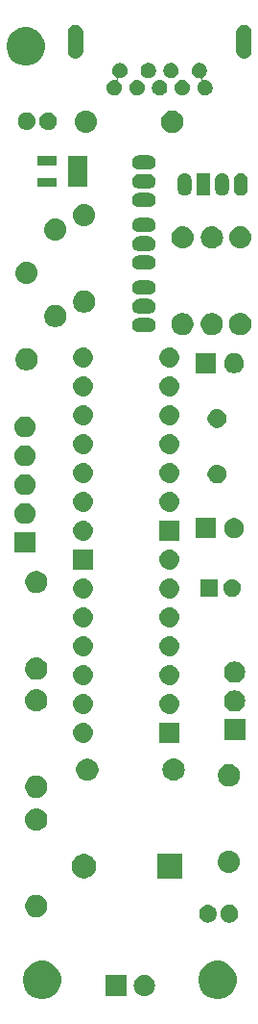
<source format=gbr>
G04 #@! TF.GenerationSoftware,KiCad,Pcbnew,5.0.2-bee76a0~70~ubuntu16.04.1*
G04 #@! TF.CreationDate,2019-09-24T08:49:17-06:00*
G04 #@! TF.ProjectId,soil_sensor_kicad_tht,736f696c-5f73-4656-9e73-6f725f6b6963,rev?*
G04 #@! TF.SameCoordinates,Original*
G04 #@! TF.FileFunction,Soldermask,Top*
G04 #@! TF.FilePolarity,Negative*
%FSLAX46Y46*%
G04 Gerber Fmt 4.6, Leading zero omitted, Abs format (unit mm)*
G04 Created by KiCad (PCBNEW 5.0.2-bee76a0~70~ubuntu16.04.1) date Tue 24 Sep 2019 08:49:17 AM MDT*
%MOMM*%
%LPD*%
G01*
G04 APERTURE LIST*
%ADD10C,0.100000*%
G04 APERTURE END LIST*
D10*
G36*
X97990038Y-141884561D02*
X98295779Y-142011203D01*
X98567274Y-142192611D01*
X98570941Y-142195061D01*
X98804939Y-142429059D01*
X98804941Y-142429062D01*
X98988797Y-142704221D01*
X99115439Y-143009962D01*
X99180000Y-143334534D01*
X99180000Y-143665466D01*
X99115439Y-143990038D01*
X98988797Y-144295779D01*
X98839526Y-144519178D01*
X98804939Y-144570941D01*
X98570941Y-144804939D01*
X98570938Y-144804941D01*
X98295779Y-144988797D01*
X98295778Y-144988798D01*
X98295777Y-144988798D01*
X97990038Y-145115439D01*
X97665467Y-145180000D01*
X97334533Y-145180000D01*
X97009962Y-145115439D01*
X96704223Y-144988798D01*
X96704222Y-144988798D01*
X96704221Y-144988797D01*
X96429062Y-144804941D01*
X96429059Y-144804939D01*
X96195061Y-144570941D01*
X96160474Y-144519178D01*
X96011203Y-144295779D01*
X95884561Y-143990038D01*
X95820000Y-143665466D01*
X95820000Y-143334534D01*
X95884561Y-143009962D01*
X96011203Y-142704221D01*
X96195059Y-142429062D01*
X96195061Y-142429059D01*
X96429059Y-142195061D01*
X96432726Y-142192611D01*
X96704221Y-142011203D01*
X97009962Y-141884561D01*
X97334533Y-141820000D01*
X97665467Y-141820000D01*
X97990038Y-141884561D01*
X97990038Y-141884561D01*
G37*
G36*
X82490038Y-141884561D02*
X82795779Y-142011203D01*
X83067274Y-142192611D01*
X83070941Y-142195061D01*
X83304939Y-142429059D01*
X83304941Y-142429062D01*
X83488797Y-142704221D01*
X83615439Y-143009962D01*
X83680000Y-143334534D01*
X83680000Y-143665466D01*
X83615439Y-143990038D01*
X83488797Y-144295779D01*
X83339526Y-144519178D01*
X83304939Y-144570941D01*
X83070941Y-144804939D01*
X83070938Y-144804941D01*
X82795779Y-144988797D01*
X82795778Y-144988798D01*
X82795777Y-144988798D01*
X82490038Y-145115439D01*
X82165467Y-145180000D01*
X81834533Y-145180000D01*
X81509962Y-145115439D01*
X81204223Y-144988798D01*
X81204222Y-144988798D01*
X81204221Y-144988797D01*
X80929062Y-144804941D01*
X80929059Y-144804939D01*
X80695061Y-144570941D01*
X80660474Y-144519178D01*
X80511203Y-144295779D01*
X80384561Y-143990038D01*
X80320000Y-143665466D01*
X80320000Y-143334534D01*
X80384561Y-143009962D01*
X80511203Y-142704221D01*
X80695059Y-142429062D01*
X80695061Y-142429059D01*
X80929059Y-142195061D01*
X80932726Y-142192611D01*
X81204221Y-142011203D01*
X81509962Y-141884561D01*
X81834533Y-141820000D01*
X82165467Y-141820000D01*
X82490038Y-141884561D01*
X82490038Y-141884561D01*
G37*
G36*
X89430000Y-144930000D02*
X87570000Y-144930000D01*
X87570000Y-143070000D01*
X89430000Y-143070000D01*
X89430000Y-144930000D01*
X89430000Y-144930000D01*
G37*
G36*
X91113006Y-143072691D02*
X91222312Y-143083457D01*
X91397617Y-143136636D01*
X91559180Y-143222992D01*
X91700791Y-143339209D01*
X91817008Y-143480820D01*
X91903364Y-143642383D01*
X91956543Y-143817688D01*
X91974499Y-144000000D01*
X91956543Y-144182312D01*
X91903364Y-144357617D01*
X91817008Y-144519180D01*
X91700791Y-144660791D01*
X91559180Y-144777008D01*
X91397617Y-144863364D01*
X91222312Y-144916543D01*
X91113006Y-144927309D01*
X91085681Y-144930000D01*
X90994319Y-144930000D01*
X90966994Y-144927309D01*
X90857688Y-144916543D01*
X90682383Y-144863364D01*
X90520820Y-144777008D01*
X90379209Y-144660791D01*
X90262992Y-144519180D01*
X90176636Y-144357617D01*
X90123457Y-144182312D01*
X90105501Y-144000000D01*
X90123457Y-143817688D01*
X90176636Y-143642383D01*
X90262992Y-143480820D01*
X90379209Y-143339209D01*
X90520820Y-143222992D01*
X90682383Y-143136636D01*
X90857688Y-143083457D01*
X90966994Y-143072691D01*
X90994319Y-143070000D01*
X91085681Y-143070000D01*
X91113006Y-143072691D01*
X91113006Y-143072691D01*
G37*
G36*
X98779518Y-136917975D02*
X98921465Y-136976771D01*
X98921466Y-136976772D01*
X98921469Y-136976773D01*
X99049221Y-137062135D01*
X99049225Y-137062138D01*
X99157862Y-137170775D01*
X99157864Y-137170778D01*
X99157865Y-137170779D01*
X99243227Y-137298531D01*
X99243228Y-137298534D01*
X99243229Y-137298535D01*
X99302025Y-137440482D01*
X99332000Y-137591176D01*
X99332000Y-137744824D01*
X99302025Y-137895518D01*
X99267032Y-137980000D01*
X99243227Y-138037469D01*
X99157865Y-138165221D01*
X99157862Y-138165225D01*
X99049225Y-138273862D01*
X99049222Y-138273864D01*
X99049221Y-138273865D01*
X98921469Y-138359227D01*
X98921466Y-138359228D01*
X98921465Y-138359229D01*
X98779518Y-138418025D01*
X98628824Y-138448000D01*
X98475176Y-138448000D01*
X98324482Y-138418025D01*
X98182535Y-138359229D01*
X98182534Y-138359228D01*
X98182531Y-138359227D01*
X98054779Y-138273865D01*
X98054778Y-138273864D01*
X98054775Y-138273862D01*
X97946138Y-138165225D01*
X97946135Y-138165221D01*
X97860773Y-138037469D01*
X97836969Y-137980000D01*
X97801975Y-137895518D01*
X97772000Y-137744824D01*
X97772000Y-137591176D01*
X97801975Y-137440482D01*
X97860771Y-137298535D01*
X97860772Y-137298534D01*
X97860773Y-137298531D01*
X97946135Y-137170779D01*
X97946136Y-137170778D01*
X97946138Y-137170775D01*
X98054775Y-137062138D01*
X98054779Y-137062135D01*
X98182531Y-136976773D01*
X98182534Y-136976772D01*
X98182535Y-136976771D01*
X98324482Y-136917975D01*
X98475176Y-136888000D01*
X98628824Y-136888000D01*
X98779518Y-136917975D01*
X98779518Y-136917975D01*
G37*
G36*
X96804907Y-136899286D02*
X96951937Y-136943887D01*
X97087442Y-137016316D01*
X97206212Y-137113788D01*
X97303684Y-137232558D01*
X97376113Y-137368063D01*
X97420714Y-137515093D01*
X97435774Y-137668000D01*
X97420714Y-137820907D01*
X97376113Y-137967937D01*
X97303684Y-138103442D01*
X97206212Y-138222212D01*
X97087442Y-138319684D01*
X96951937Y-138392113D01*
X96804907Y-138436714D01*
X96690318Y-138448000D01*
X96613682Y-138448000D01*
X96499093Y-138436714D01*
X96352063Y-138392113D01*
X96216558Y-138319684D01*
X96097788Y-138222212D01*
X96000316Y-138103442D01*
X95927887Y-137967937D01*
X95883286Y-137820907D01*
X95868226Y-137668000D01*
X95883286Y-137515093D01*
X95927887Y-137368063D01*
X96000316Y-137232558D01*
X96097788Y-137113788D01*
X96216558Y-137016316D01*
X96352063Y-136943887D01*
X96499093Y-136899286D01*
X96613682Y-136888000D01*
X96690318Y-136888000D01*
X96804907Y-136899286D01*
X96804907Y-136899286D01*
G37*
G36*
X81785856Y-136057660D02*
X81964203Y-136131534D01*
X82124717Y-136238786D01*
X82261214Y-136375283D01*
X82368466Y-136535797D01*
X82442340Y-136714144D01*
X82480000Y-136903477D01*
X82480000Y-137096523D01*
X82442340Y-137285856D01*
X82368466Y-137464203D01*
X82261214Y-137624717D01*
X82124717Y-137761214D01*
X81964203Y-137868466D01*
X81785856Y-137942340D01*
X81596523Y-137980000D01*
X81403477Y-137980000D01*
X81214144Y-137942340D01*
X81035797Y-137868466D01*
X80875283Y-137761214D01*
X80738786Y-137624717D01*
X80631534Y-137464203D01*
X80557660Y-137285856D01*
X80520000Y-137096523D01*
X80520000Y-136903477D01*
X80557660Y-136714144D01*
X80631534Y-136535797D01*
X80738786Y-136375283D01*
X80875283Y-136238786D01*
X81035797Y-136131534D01*
X81214144Y-136057660D01*
X81403477Y-136020000D01*
X81596523Y-136020000D01*
X81785856Y-136057660D01*
X81785856Y-136057660D01*
G37*
G36*
X94380000Y-134580000D02*
X92220000Y-134580000D01*
X92220000Y-132420000D01*
X94380000Y-132420000D01*
X94380000Y-134580000D01*
X94380000Y-134580000D01*
G37*
G36*
X86015024Y-132461503D02*
X86211572Y-132542916D01*
X86388460Y-132661109D01*
X86538891Y-132811540D01*
X86657084Y-132988428D01*
X86738497Y-133184976D01*
X86780000Y-133393629D01*
X86780000Y-133606371D01*
X86738497Y-133815024D01*
X86657084Y-134011572D01*
X86538891Y-134188460D01*
X86388460Y-134338891D01*
X86211572Y-134457084D01*
X86015024Y-134538497D01*
X85806371Y-134580000D01*
X85593629Y-134580000D01*
X85384976Y-134538497D01*
X85188428Y-134457084D01*
X85011540Y-134338891D01*
X84861109Y-134188460D01*
X84742916Y-134011572D01*
X84661503Y-133815024D01*
X84620000Y-133606371D01*
X84620000Y-133393629D01*
X84661503Y-133184976D01*
X84742916Y-132988428D01*
X84861109Y-132811540D01*
X85011540Y-132661109D01*
X85188428Y-132542916D01*
X85384976Y-132461503D01*
X85593629Y-132420000D01*
X85806371Y-132420000D01*
X86015024Y-132461503D01*
X86015024Y-132461503D01*
G37*
G36*
X98692110Y-132154180D02*
X98692113Y-132154181D01*
X98876844Y-132210218D01*
X99047093Y-132301218D01*
X99196317Y-132423683D01*
X99318782Y-132572907D01*
X99409782Y-132743156D01*
X99430526Y-132811540D01*
X99465820Y-132927890D01*
X99484741Y-133120000D01*
X99465820Y-133312110D01*
X99465819Y-133312113D01*
X99409782Y-133496844D01*
X99318782Y-133667093D01*
X99196317Y-133816317D01*
X99047093Y-133938782D01*
X98876844Y-134029782D01*
X98726501Y-134075388D01*
X98692110Y-134085820D01*
X98548139Y-134100000D01*
X98451861Y-134100000D01*
X98307890Y-134085820D01*
X98273499Y-134075388D01*
X98123156Y-134029782D01*
X97952907Y-133938782D01*
X97803683Y-133816317D01*
X97681218Y-133667093D01*
X97590218Y-133496844D01*
X97534181Y-133312113D01*
X97534180Y-133312110D01*
X97515259Y-133120000D01*
X97534180Y-132927890D01*
X97569474Y-132811540D01*
X97590218Y-132743156D01*
X97681218Y-132572907D01*
X97803683Y-132423683D01*
X97952907Y-132301218D01*
X98123156Y-132210218D01*
X98307887Y-132154181D01*
X98307890Y-132154180D01*
X98451861Y-132140000D01*
X98548139Y-132140000D01*
X98692110Y-132154180D01*
X98692110Y-132154180D01*
G37*
G36*
X81692110Y-128414180D02*
X81692113Y-128414181D01*
X81876844Y-128470218D01*
X82047093Y-128561218D01*
X82047095Y-128561219D01*
X82047094Y-128561219D01*
X82196317Y-128683683D01*
X82318781Y-128832906D01*
X82409781Y-129003154D01*
X82465820Y-129187890D01*
X82484741Y-129380000D01*
X82465820Y-129572110D01*
X82465819Y-129572113D01*
X82409782Y-129756844D01*
X82318782Y-129927093D01*
X82196317Y-130076317D01*
X82047093Y-130198782D01*
X81876844Y-130289782D01*
X81726501Y-130335388D01*
X81692110Y-130345820D01*
X81548139Y-130360000D01*
X81451861Y-130360000D01*
X81307890Y-130345820D01*
X81273499Y-130335388D01*
X81123156Y-130289782D01*
X80952907Y-130198782D01*
X80803683Y-130076317D01*
X80681218Y-129927093D01*
X80590218Y-129756844D01*
X80534181Y-129572113D01*
X80534180Y-129572110D01*
X80515259Y-129380000D01*
X80534180Y-129187890D01*
X80590219Y-129003154D01*
X80681219Y-128832906D01*
X80803683Y-128683683D01*
X80952906Y-128561219D01*
X80952905Y-128561219D01*
X80952907Y-128561218D01*
X81123156Y-128470218D01*
X81307887Y-128414181D01*
X81307890Y-128414180D01*
X81451861Y-128400000D01*
X81548139Y-128400000D01*
X81692110Y-128414180D01*
X81692110Y-128414180D01*
G37*
G36*
X81785856Y-125557660D02*
X81964203Y-125631534D01*
X82124717Y-125738786D01*
X82261214Y-125875283D01*
X82368466Y-126035797D01*
X82442340Y-126214144D01*
X82480000Y-126403477D01*
X82480000Y-126596523D01*
X82442340Y-126785856D01*
X82368466Y-126964203D01*
X82261214Y-127124717D01*
X82124717Y-127261214D01*
X81964203Y-127368466D01*
X81785856Y-127442340D01*
X81596523Y-127480000D01*
X81403477Y-127480000D01*
X81214144Y-127442340D01*
X81035797Y-127368466D01*
X80875283Y-127261214D01*
X80738786Y-127124717D01*
X80631534Y-126964203D01*
X80557660Y-126785856D01*
X80520000Y-126596523D01*
X80520000Y-126403477D01*
X80557660Y-126214144D01*
X80631534Y-126035797D01*
X80738786Y-125875283D01*
X80875283Y-125738786D01*
X81035797Y-125631534D01*
X81214144Y-125557660D01*
X81403477Y-125520000D01*
X81596523Y-125520000D01*
X81785856Y-125557660D01*
X81785856Y-125557660D01*
G37*
G36*
X98785856Y-124557660D02*
X98964203Y-124631534D01*
X99124717Y-124738786D01*
X99261214Y-124875283D01*
X99368466Y-125035797D01*
X99442340Y-125214144D01*
X99480000Y-125403477D01*
X99480000Y-125596523D01*
X99442340Y-125785856D01*
X99368466Y-125964203D01*
X99261214Y-126124717D01*
X99124717Y-126261214D01*
X98964203Y-126368466D01*
X98785856Y-126442340D01*
X98596523Y-126480000D01*
X98403477Y-126480000D01*
X98214144Y-126442340D01*
X98035797Y-126368466D01*
X97875283Y-126261214D01*
X97738786Y-126124717D01*
X97631534Y-125964203D01*
X97557660Y-125785856D01*
X97520000Y-125596523D01*
X97520000Y-125403477D01*
X97557660Y-125214144D01*
X97631534Y-125035797D01*
X97738786Y-124875283D01*
X97875283Y-124738786D01*
X98035797Y-124631534D01*
X98214144Y-124557660D01*
X98403477Y-124520000D01*
X98596523Y-124520000D01*
X98785856Y-124557660D01*
X98785856Y-124557660D01*
G37*
G36*
X93812110Y-124034180D02*
X93812113Y-124034181D01*
X93996844Y-124090218D01*
X94167093Y-124181218D01*
X94316317Y-124303683D01*
X94438782Y-124452907D01*
X94529782Y-124623156D01*
X94564857Y-124738784D01*
X94585820Y-124807890D01*
X94604741Y-125000000D01*
X94585820Y-125192110D01*
X94585819Y-125192113D01*
X94529782Y-125376844D01*
X94438782Y-125547093D01*
X94316317Y-125696317D01*
X94167093Y-125818782D01*
X93996844Y-125909782D01*
X93846501Y-125955388D01*
X93812110Y-125965820D01*
X93668139Y-125980000D01*
X93571861Y-125980000D01*
X93427890Y-125965820D01*
X93393499Y-125955388D01*
X93243156Y-125909782D01*
X93072907Y-125818782D01*
X92923683Y-125696317D01*
X92801218Y-125547093D01*
X92710218Y-125376844D01*
X92654181Y-125192113D01*
X92654180Y-125192110D01*
X92635259Y-125000000D01*
X92654180Y-124807890D01*
X92675143Y-124738784D01*
X92710218Y-124623156D01*
X92801218Y-124452907D01*
X92923683Y-124303683D01*
X93072907Y-124181218D01*
X93243156Y-124090218D01*
X93427887Y-124034181D01*
X93427890Y-124034180D01*
X93571861Y-124020000D01*
X93668139Y-124020000D01*
X93812110Y-124034180D01*
X93812110Y-124034180D01*
G37*
G36*
X86285856Y-124057660D02*
X86464203Y-124131534D01*
X86624717Y-124238786D01*
X86761214Y-124375283D01*
X86868466Y-124535797D01*
X86942340Y-124714144D01*
X86980000Y-124903477D01*
X86980000Y-125096523D01*
X86942340Y-125285856D01*
X86868466Y-125464203D01*
X86761214Y-125624717D01*
X86624717Y-125761214D01*
X86464203Y-125868466D01*
X86285856Y-125942340D01*
X86096523Y-125980000D01*
X85903477Y-125980000D01*
X85714144Y-125942340D01*
X85535797Y-125868466D01*
X85375283Y-125761214D01*
X85238786Y-125624717D01*
X85131534Y-125464203D01*
X85057660Y-125285856D01*
X85020000Y-125096523D01*
X85020000Y-124903477D01*
X85057660Y-124714144D01*
X85131534Y-124535797D01*
X85238786Y-124375283D01*
X85375283Y-124238786D01*
X85535797Y-124131534D01*
X85714144Y-124057660D01*
X85903477Y-124020000D01*
X86096523Y-124020000D01*
X86285856Y-124057660D01*
X86285856Y-124057660D01*
G37*
G36*
X85802506Y-120882733D02*
X85802509Y-120882734D01*
X85802510Y-120882734D01*
X85968391Y-120933053D01*
X85968394Y-120933055D01*
X85968395Y-120933055D01*
X86121267Y-121014766D01*
X86255264Y-121124736D01*
X86365234Y-121258733D01*
X86446945Y-121411605D01*
X86446947Y-121411609D01*
X86497266Y-121577490D01*
X86497267Y-121577494D01*
X86514257Y-121750000D01*
X86497267Y-121922506D01*
X86497266Y-121922509D01*
X86497266Y-121922510D01*
X86446947Y-122088391D01*
X86446945Y-122088394D01*
X86446945Y-122088395D01*
X86365234Y-122241267D01*
X86255264Y-122375264D01*
X86121267Y-122485234D01*
X85968395Y-122566945D01*
X85968391Y-122566947D01*
X85802510Y-122617266D01*
X85802509Y-122617266D01*
X85802506Y-122617267D01*
X85673225Y-122630000D01*
X85586775Y-122630000D01*
X85457494Y-122617267D01*
X85457491Y-122617266D01*
X85457490Y-122617266D01*
X85291609Y-122566947D01*
X85291605Y-122566945D01*
X85138733Y-122485234D01*
X85004736Y-122375264D01*
X84894766Y-122241267D01*
X84813055Y-122088395D01*
X84813055Y-122088394D01*
X84813053Y-122088391D01*
X84762734Y-121922510D01*
X84762734Y-121922509D01*
X84762733Y-121922506D01*
X84745743Y-121750000D01*
X84762733Y-121577494D01*
X84762734Y-121577490D01*
X84813053Y-121411609D01*
X84813055Y-121411605D01*
X84894766Y-121258733D01*
X85004736Y-121124736D01*
X85138733Y-121014766D01*
X85291605Y-120933055D01*
X85291606Y-120933055D01*
X85291609Y-120933053D01*
X85457490Y-120882734D01*
X85457491Y-120882734D01*
X85457494Y-120882733D01*
X85586775Y-120870000D01*
X85673225Y-120870000D01*
X85802506Y-120882733D01*
X85802506Y-120882733D01*
G37*
G36*
X94130000Y-122630000D02*
X92370000Y-122630000D01*
X92370000Y-120870000D01*
X94130000Y-120870000D01*
X94130000Y-122630000D01*
X94130000Y-122630000D01*
G37*
G36*
X99930000Y-122430000D02*
X98070000Y-122430000D01*
X98070000Y-120570000D01*
X99930000Y-120570000D01*
X99930000Y-122430000D01*
X99930000Y-122430000D01*
G37*
G36*
X93422506Y-118342733D02*
X93422509Y-118342734D01*
X93422510Y-118342734D01*
X93588391Y-118393053D01*
X93588394Y-118393055D01*
X93588395Y-118393055D01*
X93741267Y-118474766D01*
X93875264Y-118584736D01*
X93985234Y-118718733D01*
X94066945Y-118871605D01*
X94066947Y-118871609D01*
X94117266Y-119037490D01*
X94117267Y-119037494D01*
X94134257Y-119210000D01*
X94117267Y-119382506D01*
X94117266Y-119382509D01*
X94117266Y-119382510D01*
X94066947Y-119548391D01*
X94066945Y-119548394D01*
X94066945Y-119548395D01*
X93985234Y-119701267D01*
X93875264Y-119835264D01*
X93741267Y-119945234D01*
X93588395Y-120026945D01*
X93588391Y-120026947D01*
X93422510Y-120077266D01*
X93422509Y-120077266D01*
X93422506Y-120077267D01*
X93293225Y-120090000D01*
X93206775Y-120090000D01*
X93077494Y-120077267D01*
X93077491Y-120077266D01*
X93077490Y-120077266D01*
X92911609Y-120026947D01*
X92911605Y-120026945D01*
X92758733Y-119945234D01*
X92624736Y-119835264D01*
X92514766Y-119701267D01*
X92433055Y-119548395D01*
X92433055Y-119548394D01*
X92433053Y-119548391D01*
X92382734Y-119382510D01*
X92382734Y-119382509D01*
X92382733Y-119382506D01*
X92365743Y-119210000D01*
X92382733Y-119037494D01*
X92382734Y-119037490D01*
X92433053Y-118871609D01*
X92433055Y-118871605D01*
X92514766Y-118718733D01*
X92624736Y-118584736D01*
X92758733Y-118474766D01*
X92911605Y-118393055D01*
X92911606Y-118393055D01*
X92911609Y-118393053D01*
X93077490Y-118342734D01*
X93077491Y-118342734D01*
X93077494Y-118342733D01*
X93206775Y-118330000D01*
X93293225Y-118330000D01*
X93422506Y-118342733D01*
X93422506Y-118342733D01*
G37*
G36*
X85802506Y-118342733D02*
X85802509Y-118342734D01*
X85802510Y-118342734D01*
X85968391Y-118393053D01*
X85968394Y-118393055D01*
X85968395Y-118393055D01*
X86121267Y-118474766D01*
X86255264Y-118584736D01*
X86365234Y-118718733D01*
X86446945Y-118871605D01*
X86446947Y-118871609D01*
X86497266Y-119037490D01*
X86497267Y-119037494D01*
X86514257Y-119210000D01*
X86497267Y-119382506D01*
X86497266Y-119382509D01*
X86497266Y-119382510D01*
X86446947Y-119548391D01*
X86446945Y-119548394D01*
X86446945Y-119548395D01*
X86365234Y-119701267D01*
X86255264Y-119835264D01*
X86121267Y-119945234D01*
X85968395Y-120026945D01*
X85968391Y-120026947D01*
X85802510Y-120077266D01*
X85802509Y-120077266D01*
X85802506Y-120077267D01*
X85673225Y-120090000D01*
X85586775Y-120090000D01*
X85457494Y-120077267D01*
X85457491Y-120077266D01*
X85457490Y-120077266D01*
X85291609Y-120026947D01*
X85291605Y-120026945D01*
X85138733Y-119945234D01*
X85004736Y-119835264D01*
X84894766Y-119701267D01*
X84813055Y-119548395D01*
X84813055Y-119548394D01*
X84813053Y-119548391D01*
X84762734Y-119382510D01*
X84762734Y-119382509D01*
X84762733Y-119382506D01*
X84745743Y-119210000D01*
X84762733Y-119037494D01*
X84762734Y-119037490D01*
X84813053Y-118871609D01*
X84813055Y-118871605D01*
X84894766Y-118718733D01*
X85004736Y-118584736D01*
X85138733Y-118474766D01*
X85291605Y-118393055D01*
X85291606Y-118393055D01*
X85291609Y-118393053D01*
X85457490Y-118342734D01*
X85457491Y-118342734D01*
X85457494Y-118342733D01*
X85586775Y-118330000D01*
X85673225Y-118330000D01*
X85802506Y-118342733D01*
X85802506Y-118342733D01*
G37*
G36*
X99073006Y-118032691D02*
X99182312Y-118043457D01*
X99357617Y-118096636D01*
X99519180Y-118182992D01*
X99660791Y-118299209D01*
X99777008Y-118440820D01*
X99863364Y-118602383D01*
X99916543Y-118777688D01*
X99934499Y-118960000D01*
X99916543Y-119142312D01*
X99863364Y-119317617D01*
X99777008Y-119479180D01*
X99660791Y-119620791D01*
X99519180Y-119737008D01*
X99357617Y-119823364D01*
X99182312Y-119876543D01*
X99073006Y-119887309D01*
X99045681Y-119890000D01*
X98954319Y-119890000D01*
X98926994Y-119887309D01*
X98817688Y-119876543D01*
X98642383Y-119823364D01*
X98480820Y-119737008D01*
X98339209Y-119620791D01*
X98222992Y-119479180D01*
X98136636Y-119317617D01*
X98083457Y-119142312D01*
X98065501Y-118960000D01*
X98083457Y-118777688D01*
X98136636Y-118602383D01*
X98222992Y-118440820D01*
X98339209Y-118299209D01*
X98480820Y-118182992D01*
X98642383Y-118096636D01*
X98817688Y-118043457D01*
X98926994Y-118032691D01*
X98954319Y-118030000D01*
X99045681Y-118030000D01*
X99073006Y-118032691D01*
X99073006Y-118032691D01*
G37*
G36*
X81692110Y-117914180D02*
X81692113Y-117914181D01*
X81876844Y-117970218D01*
X82047093Y-118061218D01*
X82196317Y-118183683D01*
X82318782Y-118332907D01*
X82350932Y-118393055D01*
X82409781Y-118503154D01*
X82465820Y-118687890D01*
X82484741Y-118880000D01*
X82465820Y-119072110D01*
X82465819Y-119072113D01*
X82409782Y-119256844D01*
X82318782Y-119427093D01*
X82196317Y-119576317D01*
X82047093Y-119698782D01*
X81876844Y-119789782D01*
X81766141Y-119823363D01*
X81692110Y-119845820D01*
X81548139Y-119860000D01*
X81451861Y-119860000D01*
X81307890Y-119845820D01*
X81233859Y-119823363D01*
X81123156Y-119789782D01*
X80952907Y-119698782D01*
X80803683Y-119576317D01*
X80681218Y-119427093D01*
X80590218Y-119256844D01*
X80534181Y-119072113D01*
X80534180Y-119072110D01*
X80515259Y-118880000D01*
X80534180Y-118687890D01*
X80590219Y-118503154D01*
X80649068Y-118393055D01*
X80681218Y-118332907D01*
X80803683Y-118183683D01*
X80952907Y-118061218D01*
X81123156Y-117970218D01*
X81307887Y-117914181D01*
X81307890Y-117914180D01*
X81451861Y-117900000D01*
X81548139Y-117900000D01*
X81692110Y-117914180D01*
X81692110Y-117914180D01*
G37*
G36*
X93422506Y-115802733D02*
X93422509Y-115802734D01*
X93422510Y-115802734D01*
X93588391Y-115853053D01*
X93588394Y-115853055D01*
X93588395Y-115853055D01*
X93741267Y-115934766D01*
X93875264Y-116044736D01*
X93985234Y-116178733D01*
X94056525Y-116312110D01*
X94066947Y-116331609D01*
X94117266Y-116497490D01*
X94117267Y-116497494D01*
X94134257Y-116670000D01*
X94117267Y-116842506D01*
X94117266Y-116842509D01*
X94117266Y-116842510D01*
X94066947Y-117008391D01*
X94066945Y-117008394D01*
X94066945Y-117008395D01*
X93985234Y-117161267D01*
X93875264Y-117295264D01*
X93741267Y-117405234D01*
X93588395Y-117486945D01*
X93588391Y-117486947D01*
X93422510Y-117537266D01*
X93422509Y-117537266D01*
X93422506Y-117537267D01*
X93293225Y-117550000D01*
X93206775Y-117550000D01*
X93077494Y-117537267D01*
X93077491Y-117537266D01*
X93077490Y-117537266D01*
X92911609Y-117486947D01*
X92911605Y-117486945D01*
X92758733Y-117405234D01*
X92624736Y-117295264D01*
X92514766Y-117161267D01*
X92433055Y-117008395D01*
X92433055Y-117008394D01*
X92433053Y-117008391D01*
X92382734Y-116842510D01*
X92382734Y-116842509D01*
X92382733Y-116842506D01*
X92365743Y-116670000D01*
X92382733Y-116497494D01*
X92382734Y-116497490D01*
X92433053Y-116331609D01*
X92443475Y-116312110D01*
X92514766Y-116178733D01*
X92624736Y-116044736D01*
X92758733Y-115934766D01*
X92911605Y-115853055D01*
X92911606Y-115853055D01*
X92911609Y-115853053D01*
X93077490Y-115802734D01*
X93077491Y-115802734D01*
X93077494Y-115802733D01*
X93206775Y-115790000D01*
X93293225Y-115790000D01*
X93422506Y-115802733D01*
X93422506Y-115802733D01*
G37*
G36*
X85802506Y-115802733D02*
X85802509Y-115802734D01*
X85802510Y-115802734D01*
X85968391Y-115853053D01*
X85968394Y-115853055D01*
X85968395Y-115853055D01*
X86121267Y-115934766D01*
X86255264Y-116044736D01*
X86365234Y-116178733D01*
X86436525Y-116312110D01*
X86446947Y-116331609D01*
X86497266Y-116497490D01*
X86497267Y-116497494D01*
X86514257Y-116670000D01*
X86497267Y-116842506D01*
X86497266Y-116842509D01*
X86497266Y-116842510D01*
X86446947Y-117008391D01*
X86446945Y-117008394D01*
X86446945Y-117008395D01*
X86365234Y-117161267D01*
X86255264Y-117295264D01*
X86121267Y-117405234D01*
X85968395Y-117486945D01*
X85968391Y-117486947D01*
X85802510Y-117537266D01*
X85802509Y-117537266D01*
X85802506Y-117537267D01*
X85673225Y-117550000D01*
X85586775Y-117550000D01*
X85457494Y-117537267D01*
X85457491Y-117537266D01*
X85457490Y-117537266D01*
X85291609Y-117486947D01*
X85291605Y-117486945D01*
X85138733Y-117405234D01*
X85004736Y-117295264D01*
X84894766Y-117161267D01*
X84813055Y-117008395D01*
X84813055Y-117008394D01*
X84813053Y-117008391D01*
X84762734Y-116842510D01*
X84762734Y-116842509D01*
X84762733Y-116842506D01*
X84745743Y-116670000D01*
X84762733Y-116497494D01*
X84762734Y-116497490D01*
X84813053Y-116331609D01*
X84823475Y-116312110D01*
X84894766Y-116178733D01*
X85004736Y-116044736D01*
X85138733Y-115934766D01*
X85291605Y-115853055D01*
X85291606Y-115853055D01*
X85291609Y-115853053D01*
X85457490Y-115802734D01*
X85457491Y-115802734D01*
X85457494Y-115802733D01*
X85586775Y-115790000D01*
X85673225Y-115790000D01*
X85802506Y-115802733D01*
X85802506Y-115802733D01*
G37*
G36*
X99073006Y-115492691D02*
X99182312Y-115503457D01*
X99357617Y-115556636D01*
X99519180Y-115642992D01*
X99660791Y-115759209D01*
X99777008Y-115900820D01*
X99863364Y-116062383D01*
X99916543Y-116237688D01*
X99934499Y-116420000D01*
X99916543Y-116602312D01*
X99863364Y-116777617D01*
X99777008Y-116939180D01*
X99660791Y-117080791D01*
X99519180Y-117197008D01*
X99357617Y-117283364D01*
X99182312Y-117336543D01*
X99073006Y-117347309D01*
X99045681Y-117350000D01*
X98954319Y-117350000D01*
X98926994Y-117347309D01*
X98817688Y-117336543D01*
X98642383Y-117283364D01*
X98480820Y-117197008D01*
X98339209Y-117080791D01*
X98222992Y-116939180D01*
X98136636Y-116777617D01*
X98083457Y-116602312D01*
X98065501Y-116420000D01*
X98083457Y-116237688D01*
X98136636Y-116062383D01*
X98222992Y-115900820D01*
X98339209Y-115759209D01*
X98480820Y-115642992D01*
X98642383Y-115556636D01*
X98817688Y-115503457D01*
X98926994Y-115492691D01*
X98954319Y-115490000D01*
X99045681Y-115490000D01*
X99073006Y-115492691D01*
X99073006Y-115492691D01*
G37*
G36*
X81692110Y-115154180D02*
X81692113Y-115154181D01*
X81876844Y-115210218D01*
X82047093Y-115301218D01*
X82196317Y-115423683D01*
X82318782Y-115572907D01*
X82409782Y-115743156D01*
X82443119Y-115853055D01*
X82465820Y-115927890D01*
X82484741Y-116120000D01*
X82465820Y-116312110D01*
X82465819Y-116312113D01*
X82409782Y-116496844D01*
X82318782Y-116667093D01*
X82196317Y-116816317D01*
X82047093Y-116938782D01*
X81876844Y-117029782D01*
X81726501Y-117075388D01*
X81692110Y-117085820D01*
X81548139Y-117100000D01*
X81451861Y-117100000D01*
X81307890Y-117085820D01*
X81273499Y-117075388D01*
X81123156Y-117029782D01*
X80952907Y-116938782D01*
X80803683Y-116816317D01*
X80681218Y-116667093D01*
X80590218Y-116496844D01*
X80534181Y-116312113D01*
X80534180Y-116312110D01*
X80515259Y-116120000D01*
X80534180Y-115927890D01*
X80556881Y-115853055D01*
X80590218Y-115743156D01*
X80681218Y-115572907D01*
X80803683Y-115423683D01*
X80952907Y-115301218D01*
X81123156Y-115210218D01*
X81307887Y-115154181D01*
X81307890Y-115154180D01*
X81451861Y-115140000D01*
X81548139Y-115140000D01*
X81692110Y-115154180D01*
X81692110Y-115154180D01*
G37*
G36*
X93422506Y-113262733D02*
X93422509Y-113262734D01*
X93422510Y-113262734D01*
X93588391Y-113313053D01*
X93588394Y-113313055D01*
X93588395Y-113313055D01*
X93741267Y-113394766D01*
X93875264Y-113504736D01*
X93985234Y-113638733D01*
X94066945Y-113791605D01*
X94066947Y-113791609D01*
X94117266Y-113957490D01*
X94117267Y-113957494D01*
X94134257Y-114130000D01*
X94117267Y-114302506D01*
X94117266Y-114302509D01*
X94117266Y-114302510D01*
X94066947Y-114468391D01*
X94066945Y-114468394D01*
X94066945Y-114468395D01*
X93985234Y-114621267D01*
X93875264Y-114755264D01*
X93741267Y-114865234D01*
X93588395Y-114946945D01*
X93588391Y-114946947D01*
X93422510Y-114997266D01*
X93422509Y-114997266D01*
X93422506Y-114997267D01*
X93293225Y-115010000D01*
X93206775Y-115010000D01*
X93077494Y-114997267D01*
X93077491Y-114997266D01*
X93077490Y-114997266D01*
X92911609Y-114946947D01*
X92911605Y-114946945D01*
X92758733Y-114865234D01*
X92624736Y-114755264D01*
X92514766Y-114621267D01*
X92433055Y-114468395D01*
X92433055Y-114468394D01*
X92433053Y-114468391D01*
X92382734Y-114302510D01*
X92382734Y-114302509D01*
X92382733Y-114302506D01*
X92365743Y-114130000D01*
X92382733Y-113957494D01*
X92382734Y-113957490D01*
X92433053Y-113791609D01*
X92433055Y-113791605D01*
X92514766Y-113638733D01*
X92624736Y-113504736D01*
X92758733Y-113394766D01*
X92911605Y-113313055D01*
X92911606Y-113313055D01*
X92911609Y-113313053D01*
X93077490Y-113262734D01*
X93077491Y-113262734D01*
X93077494Y-113262733D01*
X93206775Y-113250000D01*
X93293225Y-113250000D01*
X93422506Y-113262733D01*
X93422506Y-113262733D01*
G37*
G36*
X85802506Y-113262733D02*
X85802509Y-113262734D01*
X85802510Y-113262734D01*
X85968391Y-113313053D01*
X85968394Y-113313055D01*
X85968395Y-113313055D01*
X86121267Y-113394766D01*
X86255264Y-113504736D01*
X86365234Y-113638733D01*
X86446945Y-113791605D01*
X86446947Y-113791609D01*
X86497266Y-113957490D01*
X86497267Y-113957494D01*
X86514257Y-114130000D01*
X86497267Y-114302506D01*
X86497266Y-114302509D01*
X86497266Y-114302510D01*
X86446947Y-114468391D01*
X86446945Y-114468394D01*
X86446945Y-114468395D01*
X86365234Y-114621267D01*
X86255264Y-114755264D01*
X86121267Y-114865234D01*
X85968395Y-114946945D01*
X85968391Y-114946947D01*
X85802510Y-114997266D01*
X85802509Y-114997266D01*
X85802506Y-114997267D01*
X85673225Y-115010000D01*
X85586775Y-115010000D01*
X85457494Y-114997267D01*
X85457491Y-114997266D01*
X85457490Y-114997266D01*
X85291609Y-114946947D01*
X85291605Y-114946945D01*
X85138733Y-114865234D01*
X85004736Y-114755264D01*
X84894766Y-114621267D01*
X84813055Y-114468395D01*
X84813055Y-114468394D01*
X84813053Y-114468391D01*
X84762734Y-114302510D01*
X84762734Y-114302509D01*
X84762733Y-114302506D01*
X84745743Y-114130000D01*
X84762733Y-113957494D01*
X84762734Y-113957490D01*
X84813053Y-113791609D01*
X84813055Y-113791605D01*
X84894766Y-113638733D01*
X85004736Y-113504736D01*
X85138733Y-113394766D01*
X85291605Y-113313055D01*
X85291606Y-113313055D01*
X85291609Y-113313053D01*
X85457490Y-113262734D01*
X85457491Y-113262734D01*
X85457494Y-113262733D01*
X85586775Y-113250000D01*
X85673225Y-113250000D01*
X85802506Y-113262733D01*
X85802506Y-113262733D01*
G37*
G36*
X93422506Y-110722733D02*
X93422509Y-110722734D01*
X93422510Y-110722734D01*
X93588391Y-110773053D01*
X93588394Y-110773055D01*
X93588395Y-110773055D01*
X93741267Y-110854766D01*
X93875264Y-110964736D01*
X93985234Y-111098733D01*
X94066945Y-111251605D01*
X94066947Y-111251609D01*
X94117266Y-111417490D01*
X94117267Y-111417494D01*
X94134257Y-111590000D01*
X94117267Y-111762506D01*
X94117266Y-111762509D01*
X94117266Y-111762510D01*
X94066947Y-111928391D01*
X94066945Y-111928394D01*
X94066945Y-111928395D01*
X93985234Y-112081267D01*
X93875264Y-112215264D01*
X93741267Y-112325234D01*
X93588395Y-112406945D01*
X93588391Y-112406947D01*
X93422510Y-112457266D01*
X93422509Y-112457266D01*
X93422506Y-112457267D01*
X93293225Y-112470000D01*
X93206775Y-112470000D01*
X93077494Y-112457267D01*
X93077491Y-112457266D01*
X93077490Y-112457266D01*
X92911609Y-112406947D01*
X92911605Y-112406945D01*
X92758733Y-112325234D01*
X92624736Y-112215264D01*
X92514766Y-112081267D01*
X92433055Y-111928395D01*
X92433055Y-111928394D01*
X92433053Y-111928391D01*
X92382734Y-111762510D01*
X92382734Y-111762509D01*
X92382733Y-111762506D01*
X92365743Y-111590000D01*
X92382733Y-111417494D01*
X92382734Y-111417490D01*
X92433053Y-111251609D01*
X92433055Y-111251605D01*
X92514766Y-111098733D01*
X92624736Y-110964736D01*
X92758733Y-110854766D01*
X92911605Y-110773055D01*
X92911606Y-110773055D01*
X92911609Y-110773053D01*
X93077490Y-110722734D01*
X93077491Y-110722734D01*
X93077494Y-110722733D01*
X93206775Y-110710000D01*
X93293225Y-110710000D01*
X93422506Y-110722733D01*
X93422506Y-110722733D01*
G37*
G36*
X85802506Y-110722733D02*
X85802509Y-110722734D01*
X85802510Y-110722734D01*
X85968391Y-110773053D01*
X85968394Y-110773055D01*
X85968395Y-110773055D01*
X86121267Y-110854766D01*
X86255264Y-110964736D01*
X86365234Y-111098733D01*
X86446945Y-111251605D01*
X86446947Y-111251609D01*
X86497266Y-111417490D01*
X86497267Y-111417494D01*
X86514257Y-111590000D01*
X86497267Y-111762506D01*
X86497266Y-111762509D01*
X86497266Y-111762510D01*
X86446947Y-111928391D01*
X86446945Y-111928394D01*
X86446945Y-111928395D01*
X86365234Y-112081267D01*
X86255264Y-112215264D01*
X86121267Y-112325234D01*
X85968395Y-112406945D01*
X85968391Y-112406947D01*
X85802510Y-112457266D01*
X85802509Y-112457266D01*
X85802506Y-112457267D01*
X85673225Y-112470000D01*
X85586775Y-112470000D01*
X85457494Y-112457267D01*
X85457491Y-112457266D01*
X85457490Y-112457266D01*
X85291609Y-112406947D01*
X85291605Y-112406945D01*
X85138733Y-112325234D01*
X85004736Y-112215264D01*
X84894766Y-112081267D01*
X84813055Y-111928395D01*
X84813055Y-111928394D01*
X84813053Y-111928391D01*
X84762734Y-111762510D01*
X84762734Y-111762509D01*
X84762733Y-111762506D01*
X84745743Y-111590000D01*
X84762733Y-111417494D01*
X84762734Y-111417490D01*
X84813053Y-111251609D01*
X84813055Y-111251605D01*
X84894766Y-111098733D01*
X85004736Y-110964736D01*
X85138733Y-110854766D01*
X85291605Y-110773055D01*
X85291606Y-110773055D01*
X85291609Y-110773053D01*
X85457490Y-110722734D01*
X85457491Y-110722734D01*
X85457494Y-110722733D01*
X85586775Y-110710000D01*
X85673225Y-110710000D01*
X85802506Y-110722733D01*
X85802506Y-110722733D01*
G37*
G36*
X93422506Y-108182733D02*
X93422509Y-108182734D01*
X93422510Y-108182734D01*
X93588391Y-108233053D01*
X93588394Y-108233055D01*
X93588395Y-108233055D01*
X93741267Y-108314766D01*
X93875264Y-108424736D01*
X93985234Y-108558733D01*
X94066945Y-108711605D01*
X94066947Y-108711609D01*
X94085412Y-108772482D01*
X94117267Y-108877494D01*
X94134257Y-109050000D01*
X94117267Y-109222506D01*
X94117266Y-109222509D01*
X94117266Y-109222510D01*
X94066947Y-109388391D01*
X94066945Y-109388394D01*
X94066945Y-109388395D01*
X93985234Y-109541267D01*
X93875264Y-109675264D01*
X93741267Y-109785234D01*
X93588395Y-109866945D01*
X93588391Y-109866947D01*
X93422510Y-109917266D01*
X93422509Y-109917266D01*
X93422506Y-109917267D01*
X93293225Y-109930000D01*
X93206775Y-109930000D01*
X93077494Y-109917267D01*
X93077491Y-109917266D01*
X93077490Y-109917266D01*
X92911609Y-109866947D01*
X92911605Y-109866945D01*
X92758733Y-109785234D01*
X92624736Y-109675264D01*
X92514766Y-109541267D01*
X92433055Y-109388395D01*
X92433055Y-109388394D01*
X92433053Y-109388391D01*
X92382734Y-109222510D01*
X92382734Y-109222509D01*
X92382733Y-109222506D01*
X92365743Y-109050000D01*
X92382733Y-108877494D01*
X92414588Y-108772482D01*
X92433053Y-108711609D01*
X92433055Y-108711605D01*
X92514766Y-108558733D01*
X92624736Y-108424736D01*
X92758733Y-108314766D01*
X92911605Y-108233055D01*
X92911606Y-108233055D01*
X92911609Y-108233053D01*
X93077490Y-108182734D01*
X93077491Y-108182734D01*
X93077494Y-108182733D01*
X93206775Y-108170000D01*
X93293225Y-108170000D01*
X93422506Y-108182733D01*
X93422506Y-108182733D01*
G37*
G36*
X85802506Y-108182733D02*
X85802509Y-108182734D01*
X85802510Y-108182734D01*
X85968391Y-108233053D01*
X85968394Y-108233055D01*
X85968395Y-108233055D01*
X86121267Y-108314766D01*
X86255264Y-108424736D01*
X86365234Y-108558733D01*
X86446945Y-108711605D01*
X86446947Y-108711609D01*
X86465412Y-108772482D01*
X86497267Y-108877494D01*
X86514257Y-109050000D01*
X86497267Y-109222506D01*
X86497266Y-109222509D01*
X86497266Y-109222510D01*
X86446947Y-109388391D01*
X86446945Y-109388394D01*
X86446945Y-109388395D01*
X86365234Y-109541267D01*
X86255264Y-109675264D01*
X86121267Y-109785234D01*
X85968395Y-109866945D01*
X85968391Y-109866947D01*
X85802510Y-109917266D01*
X85802509Y-109917266D01*
X85802506Y-109917267D01*
X85673225Y-109930000D01*
X85586775Y-109930000D01*
X85457494Y-109917267D01*
X85457491Y-109917266D01*
X85457490Y-109917266D01*
X85291609Y-109866947D01*
X85291605Y-109866945D01*
X85138733Y-109785234D01*
X85004736Y-109675264D01*
X84894766Y-109541267D01*
X84813055Y-109388395D01*
X84813055Y-109388394D01*
X84813053Y-109388391D01*
X84762734Y-109222510D01*
X84762734Y-109222509D01*
X84762733Y-109222506D01*
X84745743Y-109050000D01*
X84762733Y-108877494D01*
X84794588Y-108772482D01*
X84813053Y-108711609D01*
X84813055Y-108711605D01*
X84894766Y-108558733D01*
X85004736Y-108424736D01*
X85138733Y-108314766D01*
X85291605Y-108233055D01*
X85291606Y-108233055D01*
X85291609Y-108233053D01*
X85457490Y-108182734D01*
X85457491Y-108182734D01*
X85457494Y-108182733D01*
X85586775Y-108170000D01*
X85673225Y-108170000D01*
X85802506Y-108182733D01*
X85802506Y-108182733D01*
G37*
G36*
X99005518Y-108249975D02*
X99147465Y-108308771D01*
X99147466Y-108308772D01*
X99147469Y-108308773D01*
X99275221Y-108394135D01*
X99275225Y-108394138D01*
X99383862Y-108502775D01*
X99383864Y-108502778D01*
X99383865Y-108502779D01*
X99469227Y-108630531D01*
X99469228Y-108630534D01*
X99469229Y-108630535D01*
X99528025Y-108772482D01*
X99558000Y-108923176D01*
X99558000Y-109076824D01*
X99528025Y-109227518D01*
X99469643Y-109368466D01*
X99469227Y-109369469D01*
X99383865Y-109497221D01*
X99383862Y-109497225D01*
X99275225Y-109605862D01*
X99275222Y-109605864D01*
X99275221Y-109605865D01*
X99147469Y-109691227D01*
X99147466Y-109691228D01*
X99147465Y-109691229D01*
X99005518Y-109750025D01*
X98854824Y-109780000D01*
X98701176Y-109780000D01*
X98550482Y-109750025D01*
X98408535Y-109691229D01*
X98408534Y-109691228D01*
X98408531Y-109691227D01*
X98280779Y-109605865D01*
X98280778Y-109605864D01*
X98280775Y-109605862D01*
X98172138Y-109497225D01*
X98172135Y-109497221D01*
X98086773Y-109369469D01*
X98086358Y-109368466D01*
X98027975Y-109227518D01*
X97998000Y-109076824D01*
X97998000Y-108923176D01*
X98027975Y-108772482D01*
X98086771Y-108630535D01*
X98086772Y-108630534D01*
X98086773Y-108630531D01*
X98172135Y-108502779D01*
X98172136Y-108502778D01*
X98172138Y-108502775D01*
X98280775Y-108394138D01*
X98280779Y-108394135D01*
X98408531Y-108308773D01*
X98408534Y-108308772D01*
X98408535Y-108308771D01*
X98550482Y-108249975D01*
X98701176Y-108220000D01*
X98854824Y-108220000D01*
X99005518Y-108249975D01*
X99005518Y-108249975D01*
G37*
G36*
X97526000Y-109780000D02*
X95966000Y-109780000D01*
X95966000Y-108220000D01*
X97526000Y-108220000D01*
X97526000Y-109780000D01*
X97526000Y-109780000D01*
G37*
G36*
X81785856Y-107557660D02*
X81964203Y-107631534D01*
X82124717Y-107738786D01*
X82261214Y-107875283D01*
X82368466Y-108035797D01*
X82442340Y-108214144D01*
X82480000Y-108403477D01*
X82480000Y-108596523D01*
X82442340Y-108785856D01*
X82368466Y-108964203D01*
X82261214Y-109124717D01*
X82124717Y-109261214D01*
X81964203Y-109368466D01*
X81785856Y-109442340D01*
X81596523Y-109480000D01*
X81403477Y-109480000D01*
X81214144Y-109442340D01*
X81035797Y-109368466D01*
X80875283Y-109261214D01*
X80738786Y-109124717D01*
X80631534Y-108964203D01*
X80557660Y-108785856D01*
X80520000Y-108596523D01*
X80520000Y-108403477D01*
X80557660Y-108214144D01*
X80631534Y-108035797D01*
X80738786Y-107875283D01*
X80875283Y-107738786D01*
X81035797Y-107631534D01*
X81214144Y-107557660D01*
X81403477Y-107520000D01*
X81596523Y-107520000D01*
X81785856Y-107557660D01*
X81785856Y-107557660D01*
G37*
G36*
X86510000Y-107390000D02*
X84750000Y-107390000D01*
X84750000Y-105630000D01*
X86510000Y-105630000D01*
X86510000Y-107390000D01*
X86510000Y-107390000D01*
G37*
G36*
X93422506Y-105642733D02*
X93422509Y-105642734D01*
X93422510Y-105642734D01*
X93588391Y-105693053D01*
X93588394Y-105693055D01*
X93588395Y-105693055D01*
X93741267Y-105774766D01*
X93875264Y-105884736D01*
X93985234Y-106018733D01*
X94066945Y-106171605D01*
X94066947Y-106171609D01*
X94117266Y-106337490D01*
X94117267Y-106337494D01*
X94134257Y-106510000D01*
X94117267Y-106682506D01*
X94117266Y-106682509D01*
X94117266Y-106682510D01*
X94066947Y-106848391D01*
X94066945Y-106848394D01*
X94066945Y-106848395D01*
X93985234Y-107001267D01*
X93875264Y-107135264D01*
X93741267Y-107245234D01*
X93588395Y-107326945D01*
X93588391Y-107326947D01*
X93422510Y-107377266D01*
X93422509Y-107377266D01*
X93422506Y-107377267D01*
X93293225Y-107390000D01*
X93206775Y-107390000D01*
X93077494Y-107377267D01*
X93077491Y-107377266D01*
X93077490Y-107377266D01*
X92911609Y-107326947D01*
X92911605Y-107326945D01*
X92758733Y-107245234D01*
X92624736Y-107135264D01*
X92514766Y-107001267D01*
X92433055Y-106848395D01*
X92433055Y-106848394D01*
X92433053Y-106848391D01*
X92382734Y-106682510D01*
X92382734Y-106682509D01*
X92382733Y-106682506D01*
X92365743Y-106510000D01*
X92382733Y-106337494D01*
X92382734Y-106337490D01*
X92433053Y-106171609D01*
X92433055Y-106171605D01*
X92514766Y-106018733D01*
X92624736Y-105884736D01*
X92758733Y-105774766D01*
X92911605Y-105693055D01*
X92911606Y-105693055D01*
X92911609Y-105693053D01*
X93077490Y-105642734D01*
X93077491Y-105642734D01*
X93077494Y-105642733D01*
X93206775Y-105630000D01*
X93293225Y-105630000D01*
X93422506Y-105642733D01*
X93422506Y-105642733D01*
G37*
G36*
X81430000Y-105930000D02*
X79570000Y-105930000D01*
X79570000Y-104070000D01*
X81430000Y-104070000D01*
X81430000Y-105930000D01*
X81430000Y-105930000D01*
G37*
G36*
X85802506Y-103102733D02*
X85802509Y-103102734D01*
X85802510Y-103102734D01*
X85968391Y-103153053D01*
X85968394Y-103153055D01*
X85968395Y-103153055D01*
X86121267Y-103234766D01*
X86255264Y-103344736D01*
X86365234Y-103478733D01*
X86446945Y-103631605D01*
X86446947Y-103631609D01*
X86497266Y-103797490D01*
X86497267Y-103797494D01*
X86514257Y-103970000D01*
X86497267Y-104142506D01*
X86497266Y-104142509D01*
X86497266Y-104142510D01*
X86446947Y-104308391D01*
X86446945Y-104308394D01*
X86446945Y-104308395D01*
X86365234Y-104461267D01*
X86255264Y-104595264D01*
X86121267Y-104705234D01*
X85968395Y-104786945D01*
X85968391Y-104786947D01*
X85802510Y-104837266D01*
X85802509Y-104837266D01*
X85802506Y-104837267D01*
X85673225Y-104850000D01*
X85586775Y-104850000D01*
X85457494Y-104837267D01*
X85457491Y-104837266D01*
X85457490Y-104837266D01*
X85291609Y-104786947D01*
X85291605Y-104786945D01*
X85138733Y-104705234D01*
X85004736Y-104595264D01*
X84894766Y-104461267D01*
X84813055Y-104308395D01*
X84813055Y-104308394D01*
X84813053Y-104308391D01*
X84762734Y-104142510D01*
X84762734Y-104142509D01*
X84762733Y-104142506D01*
X84745743Y-103970000D01*
X84762733Y-103797494D01*
X84762734Y-103797490D01*
X84813053Y-103631609D01*
X84813055Y-103631605D01*
X84894766Y-103478733D01*
X85004736Y-103344736D01*
X85138733Y-103234766D01*
X85291605Y-103153055D01*
X85291606Y-103153055D01*
X85291609Y-103153053D01*
X85457490Y-103102734D01*
X85457491Y-103102734D01*
X85457494Y-103102733D01*
X85586775Y-103090000D01*
X85673225Y-103090000D01*
X85802506Y-103102733D01*
X85802506Y-103102733D01*
G37*
G36*
X94130000Y-104850000D02*
X92370000Y-104850000D01*
X92370000Y-103090000D01*
X94130000Y-103090000D01*
X94130000Y-104850000D01*
X94130000Y-104850000D01*
G37*
G36*
X97330000Y-104630000D02*
X95570000Y-104630000D01*
X95570000Y-102870000D01*
X97330000Y-102870000D01*
X97330000Y-104630000D01*
X97330000Y-104630000D01*
G37*
G36*
X99206685Y-102903817D02*
X99366837Y-102970154D01*
X99510970Y-103066461D01*
X99633539Y-103189030D01*
X99729846Y-103333163D01*
X99796183Y-103493315D01*
X99830000Y-103663326D01*
X99830000Y-103836674D01*
X99796183Y-104006685D01*
X99729846Y-104166837D01*
X99633539Y-104310970D01*
X99510970Y-104433539D01*
X99366837Y-104529846D01*
X99206685Y-104596183D01*
X99036674Y-104630000D01*
X98863326Y-104630000D01*
X98693315Y-104596183D01*
X98533163Y-104529846D01*
X98389030Y-104433539D01*
X98266461Y-104310970D01*
X98170154Y-104166837D01*
X98103817Y-104006685D01*
X98070000Y-103836674D01*
X98070000Y-103663326D01*
X98103817Y-103493315D01*
X98170154Y-103333163D01*
X98266461Y-103189030D01*
X98389030Y-103066461D01*
X98533163Y-102970154D01*
X98693315Y-102903817D01*
X98863326Y-102870000D01*
X99036674Y-102870000D01*
X99206685Y-102903817D01*
X99206685Y-102903817D01*
G37*
G36*
X80573006Y-101532691D02*
X80682312Y-101543457D01*
X80857617Y-101596636D01*
X81019180Y-101682992D01*
X81160791Y-101799209D01*
X81277008Y-101940820D01*
X81363364Y-102102383D01*
X81416543Y-102277688D01*
X81434499Y-102460000D01*
X81416543Y-102642312D01*
X81363364Y-102817617D01*
X81277008Y-102979180D01*
X81160791Y-103120791D01*
X81019180Y-103237008D01*
X80857617Y-103323364D01*
X80682312Y-103376543D01*
X80573006Y-103387309D01*
X80545681Y-103390000D01*
X80454319Y-103390000D01*
X80426994Y-103387309D01*
X80317688Y-103376543D01*
X80142383Y-103323364D01*
X79980820Y-103237008D01*
X79839209Y-103120791D01*
X79722992Y-102979180D01*
X79636636Y-102817617D01*
X79583457Y-102642312D01*
X79565501Y-102460000D01*
X79583457Y-102277688D01*
X79636636Y-102102383D01*
X79722992Y-101940820D01*
X79839209Y-101799209D01*
X79980820Y-101682992D01*
X80142383Y-101596636D01*
X80317688Y-101543457D01*
X80426994Y-101532691D01*
X80454319Y-101530000D01*
X80545681Y-101530000D01*
X80573006Y-101532691D01*
X80573006Y-101532691D01*
G37*
G36*
X93422506Y-100562733D02*
X93422509Y-100562734D01*
X93422510Y-100562734D01*
X93588391Y-100613053D01*
X93588394Y-100613055D01*
X93588395Y-100613055D01*
X93741267Y-100694766D01*
X93875264Y-100804736D01*
X93985234Y-100938733D01*
X94066945Y-101091605D01*
X94066947Y-101091609D01*
X94117266Y-101257490D01*
X94117267Y-101257494D01*
X94134257Y-101430000D01*
X94117267Y-101602506D01*
X94117266Y-101602509D01*
X94117266Y-101602510D01*
X94066947Y-101768391D01*
X94066945Y-101768394D01*
X94066945Y-101768395D01*
X93985234Y-101921267D01*
X93875264Y-102055264D01*
X93741267Y-102165234D01*
X93588395Y-102246945D01*
X93588391Y-102246947D01*
X93422510Y-102297266D01*
X93422509Y-102297266D01*
X93422506Y-102297267D01*
X93293225Y-102310000D01*
X93206775Y-102310000D01*
X93077494Y-102297267D01*
X93077491Y-102297266D01*
X93077490Y-102297266D01*
X92911609Y-102246947D01*
X92911605Y-102246945D01*
X92758733Y-102165234D01*
X92624736Y-102055264D01*
X92514766Y-101921267D01*
X92433055Y-101768395D01*
X92433055Y-101768394D01*
X92433053Y-101768391D01*
X92382734Y-101602510D01*
X92382734Y-101602509D01*
X92382733Y-101602506D01*
X92365743Y-101430000D01*
X92382733Y-101257494D01*
X92382734Y-101257490D01*
X92433053Y-101091609D01*
X92433055Y-101091605D01*
X92514766Y-100938733D01*
X92624736Y-100804736D01*
X92758733Y-100694766D01*
X92911605Y-100613055D01*
X92911606Y-100613055D01*
X92911609Y-100613053D01*
X93077490Y-100562734D01*
X93077491Y-100562734D01*
X93077494Y-100562733D01*
X93206775Y-100550000D01*
X93293225Y-100550000D01*
X93422506Y-100562733D01*
X93422506Y-100562733D01*
G37*
G36*
X85802506Y-100562733D02*
X85802509Y-100562734D01*
X85802510Y-100562734D01*
X85968391Y-100613053D01*
X85968394Y-100613055D01*
X85968395Y-100613055D01*
X86121267Y-100694766D01*
X86255264Y-100804736D01*
X86365234Y-100938733D01*
X86446945Y-101091605D01*
X86446947Y-101091609D01*
X86497266Y-101257490D01*
X86497267Y-101257494D01*
X86514257Y-101430000D01*
X86497267Y-101602506D01*
X86497266Y-101602509D01*
X86497266Y-101602510D01*
X86446947Y-101768391D01*
X86446945Y-101768394D01*
X86446945Y-101768395D01*
X86365234Y-101921267D01*
X86255264Y-102055264D01*
X86121267Y-102165234D01*
X85968395Y-102246945D01*
X85968391Y-102246947D01*
X85802510Y-102297266D01*
X85802509Y-102297266D01*
X85802506Y-102297267D01*
X85673225Y-102310000D01*
X85586775Y-102310000D01*
X85457494Y-102297267D01*
X85457491Y-102297266D01*
X85457490Y-102297266D01*
X85291609Y-102246947D01*
X85291605Y-102246945D01*
X85138733Y-102165234D01*
X85004736Y-102055264D01*
X84894766Y-101921267D01*
X84813055Y-101768395D01*
X84813055Y-101768394D01*
X84813053Y-101768391D01*
X84762734Y-101602510D01*
X84762734Y-101602509D01*
X84762733Y-101602506D01*
X84745743Y-101430000D01*
X84762733Y-101257494D01*
X84762734Y-101257490D01*
X84813053Y-101091609D01*
X84813055Y-101091605D01*
X84894766Y-100938733D01*
X85004736Y-100804736D01*
X85138733Y-100694766D01*
X85291605Y-100613055D01*
X85291606Y-100613055D01*
X85291609Y-100613053D01*
X85457490Y-100562734D01*
X85457491Y-100562734D01*
X85457494Y-100562733D01*
X85586775Y-100550000D01*
X85673225Y-100550000D01*
X85802506Y-100562733D01*
X85802506Y-100562733D01*
G37*
G36*
X80573006Y-98992691D02*
X80682312Y-99003457D01*
X80857617Y-99056636D01*
X81019180Y-99142992D01*
X81160791Y-99259209D01*
X81277008Y-99400820D01*
X81363364Y-99562383D01*
X81416543Y-99737688D01*
X81434499Y-99920000D01*
X81416543Y-100102312D01*
X81363364Y-100277617D01*
X81277008Y-100439180D01*
X81160791Y-100580791D01*
X81019180Y-100697008D01*
X80857617Y-100783364D01*
X80682312Y-100836543D01*
X80573006Y-100847309D01*
X80545681Y-100850000D01*
X80454319Y-100850000D01*
X80426994Y-100847309D01*
X80317688Y-100836543D01*
X80142383Y-100783364D01*
X79980820Y-100697008D01*
X79839209Y-100580791D01*
X79722992Y-100439180D01*
X79636636Y-100277617D01*
X79583457Y-100102312D01*
X79565501Y-99920000D01*
X79583457Y-99737688D01*
X79636636Y-99562383D01*
X79722992Y-99400820D01*
X79839209Y-99259209D01*
X79980820Y-99142992D01*
X80142383Y-99056636D01*
X80317688Y-99003457D01*
X80426994Y-98992691D01*
X80454319Y-98990000D01*
X80545681Y-98990000D01*
X80573006Y-98992691D01*
X80573006Y-98992691D01*
G37*
G36*
X97611925Y-98185948D02*
X97692102Y-98201896D01*
X97754669Y-98227813D01*
X97843151Y-98264463D01*
X97979097Y-98355299D01*
X98094701Y-98470903D01*
X98185537Y-98606849D01*
X98248104Y-98757899D01*
X98280000Y-98918251D01*
X98280000Y-99081749D01*
X98248104Y-99242101D01*
X98185537Y-99393151D01*
X98094701Y-99529097D01*
X97979097Y-99644701D01*
X97843151Y-99735537D01*
X97790690Y-99757267D01*
X97692102Y-99798104D01*
X97611925Y-99814052D01*
X97531749Y-99830000D01*
X97368251Y-99830000D01*
X97288075Y-99814052D01*
X97207898Y-99798104D01*
X97109310Y-99757267D01*
X97056849Y-99735537D01*
X96920903Y-99644701D01*
X96805299Y-99529097D01*
X96714463Y-99393151D01*
X96651896Y-99242101D01*
X96620000Y-99081749D01*
X96620000Y-98918251D01*
X96651896Y-98757899D01*
X96714463Y-98606849D01*
X96805299Y-98470903D01*
X96920903Y-98355299D01*
X97056849Y-98264463D01*
X97145331Y-98227813D01*
X97207898Y-98201896D01*
X97288075Y-98185948D01*
X97368251Y-98170000D01*
X97531749Y-98170000D01*
X97611925Y-98185948D01*
X97611925Y-98185948D01*
G37*
G36*
X93422506Y-98022733D02*
X93422509Y-98022734D01*
X93422510Y-98022734D01*
X93588391Y-98073053D01*
X93588394Y-98073055D01*
X93588395Y-98073055D01*
X93741267Y-98154766D01*
X93875264Y-98264736D01*
X93985234Y-98398733D01*
X94066945Y-98551605D01*
X94066947Y-98551609D01*
X94117266Y-98717490D01*
X94117267Y-98717494D01*
X94134257Y-98890000D01*
X94117267Y-99062506D01*
X94117266Y-99062509D01*
X94117266Y-99062510D01*
X94066947Y-99228391D01*
X94066945Y-99228394D01*
X94066945Y-99228395D01*
X93985234Y-99381267D01*
X93875264Y-99515264D01*
X93741267Y-99625234D01*
X93588395Y-99706945D01*
X93588391Y-99706947D01*
X93422510Y-99757266D01*
X93422509Y-99757266D01*
X93422506Y-99757267D01*
X93293225Y-99770000D01*
X93206775Y-99770000D01*
X93077494Y-99757267D01*
X93077491Y-99757266D01*
X93077490Y-99757266D01*
X92911609Y-99706947D01*
X92911605Y-99706945D01*
X92758733Y-99625234D01*
X92624736Y-99515264D01*
X92514766Y-99381267D01*
X92433055Y-99228395D01*
X92433055Y-99228394D01*
X92433053Y-99228391D01*
X92382734Y-99062510D01*
X92382734Y-99062509D01*
X92382733Y-99062506D01*
X92365743Y-98890000D01*
X92382733Y-98717494D01*
X92382734Y-98717490D01*
X92433053Y-98551609D01*
X92433055Y-98551605D01*
X92514766Y-98398733D01*
X92624736Y-98264736D01*
X92758733Y-98154766D01*
X92911605Y-98073055D01*
X92911606Y-98073055D01*
X92911609Y-98073053D01*
X93077490Y-98022734D01*
X93077491Y-98022734D01*
X93077494Y-98022733D01*
X93206775Y-98010000D01*
X93293225Y-98010000D01*
X93422506Y-98022733D01*
X93422506Y-98022733D01*
G37*
G36*
X85802506Y-98022733D02*
X85802509Y-98022734D01*
X85802510Y-98022734D01*
X85968391Y-98073053D01*
X85968394Y-98073055D01*
X85968395Y-98073055D01*
X86121267Y-98154766D01*
X86255264Y-98264736D01*
X86365234Y-98398733D01*
X86446945Y-98551605D01*
X86446947Y-98551609D01*
X86497266Y-98717490D01*
X86497267Y-98717494D01*
X86514257Y-98890000D01*
X86497267Y-99062506D01*
X86497266Y-99062509D01*
X86497266Y-99062510D01*
X86446947Y-99228391D01*
X86446945Y-99228394D01*
X86446945Y-99228395D01*
X86365234Y-99381267D01*
X86255264Y-99515264D01*
X86121267Y-99625234D01*
X85968395Y-99706945D01*
X85968391Y-99706947D01*
X85802510Y-99757266D01*
X85802509Y-99757266D01*
X85802506Y-99757267D01*
X85673225Y-99770000D01*
X85586775Y-99770000D01*
X85457494Y-99757267D01*
X85457491Y-99757266D01*
X85457490Y-99757266D01*
X85291609Y-99706947D01*
X85291605Y-99706945D01*
X85138733Y-99625234D01*
X85004736Y-99515264D01*
X84894766Y-99381267D01*
X84813055Y-99228395D01*
X84813055Y-99228394D01*
X84813053Y-99228391D01*
X84762734Y-99062510D01*
X84762734Y-99062509D01*
X84762733Y-99062506D01*
X84745743Y-98890000D01*
X84762733Y-98717494D01*
X84762734Y-98717490D01*
X84813053Y-98551609D01*
X84813055Y-98551605D01*
X84894766Y-98398733D01*
X85004736Y-98264736D01*
X85138733Y-98154766D01*
X85291605Y-98073055D01*
X85291606Y-98073055D01*
X85291609Y-98073053D01*
X85457490Y-98022734D01*
X85457491Y-98022734D01*
X85457494Y-98022733D01*
X85586775Y-98010000D01*
X85673225Y-98010000D01*
X85802506Y-98022733D01*
X85802506Y-98022733D01*
G37*
G36*
X80573006Y-96452691D02*
X80682312Y-96463457D01*
X80857617Y-96516636D01*
X81019180Y-96602992D01*
X81160791Y-96719209D01*
X81277008Y-96860820D01*
X81363364Y-97022383D01*
X81416543Y-97197688D01*
X81434499Y-97380000D01*
X81416543Y-97562312D01*
X81363364Y-97737617D01*
X81277008Y-97899180D01*
X81160791Y-98040791D01*
X81019180Y-98157008D01*
X80857617Y-98243364D01*
X80682312Y-98296543D01*
X80573006Y-98307309D01*
X80545681Y-98310000D01*
X80454319Y-98310000D01*
X80426994Y-98307309D01*
X80317688Y-98296543D01*
X80142383Y-98243364D01*
X79980820Y-98157008D01*
X79839209Y-98040791D01*
X79722992Y-97899180D01*
X79636636Y-97737617D01*
X79583457Y-97562312D01*
X79565501Y-97380000D01*
X79583457Y-97197688D01*
X79636636Y-97022383D01*
X79722992Y-96860820D01*
X79839209Y-96719209D01*
X79980820Y-96602992D01*
X80142383Y-96516636D01*
X80317688Y-96463457D01*
X80426994Y-96452691D01*
X80454319Y-96450000D01*
X80545681Y-96450000D01*
X80573006Y-96452691D01*
X80573006Y-96452691D01*
G37*
G36*
X93422506Y-95482733D02*
X93422509Y-95482734D01*
X93422510Y-95482734D01*
X93588391Y-95533053D01*
X93588394Y-95533055D01*
X93588395Y-95533055D01*
X93741267Y-95614766D01*
X93875264Y-95724736D01*
X93985234Y-95858733D01*
X94066945Y-96011605D01*
X94066947Y-96011609D01*
X94117266Y-96177490D01*
X94117267Y-96177494D01*
X94134257Y-96350000D01*
X94117267Y-96522506D01*
X94117266Y-96522509D01*
X94117266Y-96522510D01*
X94066947Y-96688391D01*
X94066945Y-96688394D01*
X94066945Y-96688395D01*
X93985234Y-96841267D01*
X93875264Y-96975264D01*
X93741267Y-97085234D01*
X93588395Y-97166945D01*
X93588391Y-97166947D01*
X93422510Y-97217266D01*
X93422509Y-97217266D01*
X93422506Y-97217267D01*
X93293225Y-97230000D01*
X93206775Y-97230000D01*
X93077494Y-97217267D01*
X93077491Y-97217266D01*
X93077490Y-97217266D01*
X92911609Y-97166947D01*
X92911605Y-97166945D01*
X92758733Y-97085234D01*
X92624736Y-96975264D01*
X92514766Y-96841267D01*
X92433055Y-96688395D01*
X92433055Y-96688394D01*
X92433053Y-96688391D01*
X92382734Y-96522510D01*
X92382734Y-96522509D01*
X92382733Y-96522506D01*
X92365743Y-96350000D01*
X92382733Y-96177494D01*
X92382734Y-96177490D01*
X92433053Y-96011609D01*
X92433055Y-96011605D01*
X92514766Y-95858733D01*
X92624736Y-95724736D01*
X92758733Y-95614766D01*
X92911605Y-95533055D01*
X92911606Y-95533055D01*
X92911609Y-95533053D01*
X93077490Y-95482734D01*
X93077491Y-95482734D01*
X93077494Y-95482733D01*
X93206775Y-95470000D01*
X93293225Y-95470000D01*
X93422506Y-95482733D01*
X93422506Y-95482733D01*
G37*
G36*
X85802506Y-95482733D02*
X85802509Y-95482734D01*
X85802510Y-95482734D01*
X85968391Y-95533053D01*
X85968394Y-95533055D01*
X85968395Y-95533055D01*
X86121267Y-95614766D01*
X86255264Y-95724736D01*
X86365234Y-95858733D01*
X86446945Y-96011605D01*
X86446947Y-96011609D01*
X86497266Y-96177490D01*
X86497267Y-96177494D01*
X86514257Y-96350000D01*
X86497267Y-96522506D01*
X86497266Y-96522509D01*
X86497266Y-96522510D01*
X86446947Y-96688391D01*
X86446945Y-96688394D01*
X86446945Y-96688395D01*
X86365234Y-96841267D01*
X86255264Y-96975264D01*
X86121267Y-97085234D01*
X85968395Y-97166945D01*
X85968391Y-97166947D01*
X85802510Y-97217266D01*
X85802509Y-97217266D01*
X85802506Y-97217267D01*
X85673225Y-97230000D01*
X85586775Y-97230000D01*
X85457494Y-97217267D01*
X85457491Y-97217266D01*
X85457490Y-97217266D01*
X85291609Y-97166947D01*
X85291605Y-97166945D01*
X85138733Y-97085234D01*
X85004736Y-96975264D01*
X84894766Y-96841267D01*
X84813055Y-96688395D01*
X84813055Y-96688394D01*
X84813053Y-96688391D01*
X84762734Y-96522510D01*
X84762734Y-96522509D01*
X84762733Y-96522506D01*
X84745743Y-96350000D01*
X84762733Y-96177494D01*
X84762734Y-96177490D01*
X84813053Y-96011609D01*
X84813055Y-96011605D01*
X84894766Y-95858733D01*
X85004736Y-95724736D01*
X85138733Y-95614766D01*
X85291605Y-95533055D01*
X85291606Y-95533055D01*
X85291609Y-95533053D01*
X85457490Y-95482734D01*
X85457491Y-95482734D01*
X85457494Y-95482733D01*
X85586775Y-95470000D01*
X85673225Y-95470000D01*
X85802506Y-95482733D01*
X85802506Y-95482733D01*
G37*
G36*
X80573006Y-93912691D02*
X80682312Y-93923457D01*
X80857617Y-93976636D01*
X81019180Y-94062992D01*
X81160791Y-94179209D01*
X81277008Y-94320820D01*
X81363364Y-94482383D01*
X81416543Y-94657688D01*
X81434499Y-94840000D01*
X81416543Y-95022312D01*
X81363364Y-95197617D01*
X81277008Y-95359180D01*
X81160791Y-95500791D01*
X81019180Y-95617008D01*
X80857617Y-95703364D01*
X80682312Y-95756543D01*
X80573006Y-95767309D01*
X80545681Y-95770000D01*
X80454319Y-95770000D01*
X80426994Y-95767309D01*
X80317688Y-95756543D01*
X80142383Y-95703364D01*
X79980820Y-95617008D01*
X79839209Y-95500791D01*
X79722992Y-95359180D01*
X79636636Y-95197617D01*
X79583457Y-95022312D01*
X79565501Y-94840000D01*
X79583457Y-94657688D01*
X79636636Y-94482383D01*
X79722992Y-94320820D01*
X79839209Y-94179209D01*
X79980820Y-94062992D01*
X80142383Y-93976636D01*
X80317688Y-93923457D01*
X80426994Y-93912691D01*
X80454319Y-93910000D01*
X80545681Y-93910000D01*
X80573006Y-93912691D01*
X80573006Y-93912691D01*
G37*
G36*
X97611925Y-93285948D02*
X97692102Y-93301896D01*
X97732749Y-93318733D01*
X97843151Y-93364463D01*
X97979097Y-93455299D01*
X98094701Y-93570903D01*
X98185537Y-93706849D01*
X98248104Y-93857899D01*
X98280000Y-94018251D01*
X98280000Y-94181749D01*
X98248104Y-94342101D01*
X98185537Y-94493151D01*
X98094701Y-94629097D01*
X97979097Y-94744701D01*
X97843151Y-94835537D01*
X97754669Y-94872187D01*
X97692102Y-94898104D01*
X97611925Y-94914052D01*
X97531749Y-94930000D01*
X97368251Y-94930000D01*
X97288075Y-94914052D01*
X97207898Y-94898104D01*
X97145331Y-94872187D01*
X97056849Y-94835537D01*
X96920903Y-94744701D01*
X96805299Y-94629097D01*
X96714463Y-94493151D01*
X96651896Y-94342101D01*
X96620000Y-94181749D01*
X96620000Y-94018251D01*
X96651896Y-93857899D01*
X96714463Y-93706849D01*
X96805299Y-93570903D01*
X96920903Y-93455299D01*
X97056849Y-93364463D01*
X97167251Y-93318733D01*
X97207898Y-93301896D01*
X97288075Y-93285948D01*
X97368251Y-93270000D01*
X97531749Y-93270000D01*
X97611925Y-93285948D01*
X97611925Y-93285948D01*
G37*
G36*
X93422506Y-92942733D02*
X93422509Y-92942734D01*
X93422510Y-92942734D01*
X93588391Y-92993053D01*
X93588394Y-92993055D01*
X93588395Y-92993055D01*
X93741267Y-93074766D01*
X93875264Y-93184736D01*
X93985234Y-93318733D01*
X94009677Y-93364464D01*
X94066947Y-93471609D01*
X94097067Y-93570903D01*
X94117267Y-93637494D01*
X94134257Y-93810000D01*
X94117267Y-93982506D01*
X94117266Y-93982509D01*
X94117266Y-93982510D01*
X94066947Y-94148391D01*
X94066945Y-94148394D01*
X94066945Y-94148395D01*
X93985234Y-94301267D01*
X93875264Y-94435264D01*
X93741267Y-94545234D01*
X93588395Y-94626945D01*
X93588391Y-94626947D01*
X93422510Y-94677266D01*
X93422509Y-94677266D01*
X93422506Y-94677267D01*
X93293225Y-94690000D01*
X93206775Y-94690000D01*
X93077494Y-94677267D01*
X93077491Y-94677266D01*
X93077490Y-94677266D01*
X92911609Y-94626947D01*
X92911605Y-94626945D01*
X92758733Y-94545234D01*
X92624736Y-94435264D01*
X92514766Y-94301267D01*
X92433055Y-94148395D01*
X92433055Y-94148394D01*
X92433053Y-94148391D01*
X92382734Y-93982510D01*
X92382734Y-93982509D01*
X92382733Y-93982506D01*
X92365743Y-93810000D01*
X92382733Y-93637494D01*
X92402933Y-93570903D01*
X92433053Y-93471609D01*
X92490323Y-93364464D01*
X92514766Y-93318733D01*
X92624736Y-93184736D01*
X92758733Y-93074766D01*
X92911605Y-92993055D01*
X92911606Y-92993055D01*
X92911609Y-92993053D01*
X93077490Y-92942734D01*
X93077491Y-92942734D01*
X93077494Y-92942733D01*
X93206775Y-92930000D01*
X93293225Y-92930000D01*
X93422506Y-92942733D01*
X93422506Y-92942733D01*
G37*
G36*
X85802506Y-92942733D02*
X85802509Y-92942734D01*
X85802510Y-92942734D01*
X85968391Y-92993053D01*
X85968394Y-92993055D01*
X85968395Y-92993055D01*
X86121267Y-93074766D01*
X86255264Y-93184736D01*
X86365234Y-93318733D01*
X86389677Y-93364464D01*
X86446947Y-93471609D01*
X86477067Y-93570903D01*
X86497267Y-93637494D01*
X86514257Y-93810000D01*
X86497267Y-93982506D01*
X86497266Y-93982509D01*
X86497266Y-93982510D01*
X86446947Y-94148391D01*
X86446945Y-94148394D01*
X86446945Y-94148395D01*
X86365234Y-94301267D01*
X86255264Y-94435264D01*
X86121267Y-94545234D01*
X85968395Y-94626945D01*
X85968391Y-94626947D01*
X85802510Y-94677266D01*
X85802509Y-94677266D01*
X85802506Y-94677267D01*
X85673225Y-94690000D01*
X85586775Y-94690000D01*
X85457494Y-94677267D01*
X85457491Y-94677266D01*
X85457490Y-94677266D01*
X85291609Y-94626947D01*
X85291605Y-94626945D01*
X85138733Y-94545234D01*
X85004736Y-94435264D01*
X84894766Y-94301267D01*
X84813055Y-94148395D01*
X84813055Y-94148394D01*
X84813053Y-94148391D01*
X84762734Y-93982510D01*
X84762734Y-93982509D01*
X84762733Y-93982506D01*
X84745743Y-93810000D01*
X84762733Y-93637494D01*
X84782933Y-93570903D01*
X84813053Y-93471609D01*
X84870323Y-93364464D01*
X84894766Y-93318733D01*
X85004736Y-93184736D01*
X85138733Y-93074766D01*
X85291605Y-92993055D01*
X85291606Y-92993055D01*
X85291609Y-92993053D01*
X85457490Y-92942734D01*
X85457491Y-92942734D01*
X85457494Y-92942733D01*
X85586775Y-92930000D01*
X85673225Y-92930000D01*
X85802506Y-92942733D01*
X85802506Y-92942733D01*
G37*
G36*
X85802506Y-90402733D02*
X85802509Y-90402734D01*
X85802510Y-90402734D01*
X85968391Y-90453053D01*
X85968394Y-90453055D01*
X85968395Y-90453055D01*
X86121267Y-90534766D01*
X86255264Y-90644736D01*
X86365234Y-90778733D01*
X86446945Y-90931605D01*
X86446947Y-90931609D01*
X86497266Y-91097490D01*
X86497267Y-91097494D01*
X86514257Y-91270000D01*
X86497267Y-91442506D01*
X86497266Y-91442509D01*
X86497266Y-91442510D01*
X86446947Y-91608391D01*
X86446945Y-91608394D01*
X86446945Y-91608395D01*
X86365234Y-91761267D01*
X86255264Y-91895264D01*
X86121267Y-92005234D01*
X85968395Y-92086945D01*
X85968391Y-92086947D01*
X85802510Y-92137266D01*
X85802509Y-92137266D01*
X85802506Y-92137267D01*
X85673225Y-92150000D01*
X85586775Y-92150000D01*
X85457494Y-92137267D01*
X85457491Y-92137266D01*
X85457490Y-92137266D01*
X85291609Y-92086947D01*
X85291605Y-92086945D01*
X85138733Y-92005234D01*
X85004736Y-91895264D01*
X84894766Y-91761267D01*
X84813055Y-91608395D01*
X84813055Y-91608394D01*
X84813053Y-91608391D01*
X84762734Y-91442510D01*
X84762734Y-91442509D01*
X84762733Y-91442506D01*
X84745743Y-91270000D01*
X84762733Y-91097494D01*
X84762734Y-91097490D01*
X84813053Y-90931609D01*
X84813055Y-90931605D01*
X84894766Y-90778733D01*
X85004736Y-90644736D01*
X85138733Y-90534766D01*
X85291605Y-90453055D01*
X85291606Y-90453055D01*
X85291609Y-90453053D01*
X85457490Y-90402734D01*
X85457491Y-90402734D01*
X85457494Y-90402733D01*
X85586775Y-90390000D01*
X85673225Y-90390000D01*
X85802506Y-90402733D01*
X85802506Y-90402733D01*
G37*
G36*
X93422506Y-90402733D02*
X93422509Y-90402734D01*
X93422510Y-90402734D01*
X93588391Y-90453053D01*
X93588394Y-90453055D01*
X93588395Y-90453055D01*
X93741267Y-90534766D01*
X93875264Y-90644736D01*
X93985234Y-90778733D01*
X94066945Y-90931605D01*
X94066947Y-90931609D01*
X94117266Y-91097490D01*
X94117267Y-91097494D01*
X94134257Y-91270000D01*
X94117267Y-91442506D01*
X94117266Y-91442509D01*
X94117266Y-91442510D01*
X94066947Y-91608391D01*
X94066945Y-91608394D01*
X94066945Y-91608395D01*
X93985234Y-91761267D01*
X93875264Y-91895264D01*
X93741267Y-92005234D01*
X93588395Y-92086945D01*
X93588391Y-92086947D01*
X93422510Y-92137266D01*
X93422509Y-92137266D01*
X93422506Y-92137267D01*
X93293225Y-92150000D01*
X93206775Y-92150000D01*
X93077494Y-92137267D01*
X93077491Y-92137266D01*
X93077490Y-92137266D01*
X92911609Y-92086947D01*
X92911605Y-92086945D01*
X92758733Y-92005234D01*
X92624736Y-91895264D01*
X92514766Y-91761267D01*
X92433055Y-91608395D01*
X92433055Y-91608394D01*
X92433053Y-91608391D01*
X92382734Y-91442510D01*
X92382734Y-91442509D01*
X92382733Y-91442506D01*
X92365743Y-91270000D01*
X92382733Y-91097494D01*
X92382734Y-91097490D01*
X92433053Y-90931609D01*
X92433055Y-90931605D01*
X92514766Y-90778733D01*
X92624736Y-90644736D01*
X92758733Y-90534766D01*
X92911605Y-90453055D01*
X92911606Y-90453055D01*
X92911609Y-90453053D01*
X93077490Y-90402734D01*
X93077491Y-90402734D01*
X93077494Y-90402733D01*
X93206775Y-90390000D01*
X93293225Y-90390000D01*
X93422506Y-90402733D01*
X93422506Y-90402733D01*
G37*
G36*
X99206685Y-88403817D02*
X99366837Y-88470154D01*
X99510970Y-88566461D01*
X99633539Y-88689030D01*
X99729846Y-88833163D01*
X99796183Y-88993315D01*
X99830000Y-89163326D01*
X99830000Y-89336674D01*
X99796183Y-89506685D01*
X99729846Y-89666837D01*
X99633539Y-89810970D01*
X99510970Y-89933539D01*
X99366837Y-90029846D01*
X99206685Y-90096183D01*
X99036674Y-90130000D01*
X98863326Y-90130000D01*
X98693315Y-90096183D01*
X98533163Y-90029846D01*
X98389030Y-89933539D01*
X98266461Y-89810970D01*
X98170154Y-89666837D01*
X98103817Y-89506685D01*
X98070000Y-89336674D01*
X98070000Y-89163326D01*
X98103817Y-88993315D01*
X98170154Y-88833163D01*
X98266461Y-88689030D01*
X98389030Y-88566461D01*
X98533163Y-88470154D01*
X98693315Y-88403817D01*
X98863326Y-88370000D01*
X99036674Y-88370000D01*
X99206685Y-88403817D01*
X99206685Y-88403817D01*
G37*
G36*
X97330000Y-90130000D02*
X95570000Y-90130000D01*
X95570000Y-88370000D01*
X97330000Y-88370000D01*
X97330000Y-90130000D01*
X97330000Y-90130000D01*
G37*
G36*
X80930856Y-87957660D02*
X81109203Y-88031534D01*
X81269717Y-88138786D01*
X81406214Y-88275283D01*
X81513466Y-88435797D01*
X81587340Y-88614144D01*
X81625000Y-88803477D01*
X81625000Y-88996523D01*
X81587340Y-89185856D01*
X81513466Y-89364203D01*
X81406214Y-89524717D01*
X81269717Y-89661214D01*
X81109203Y-89768466D01*
X80930856Y-89842340D01*
X80741523Y-89880000D01*
X80548477Y-89880000D01*
X80359144Y-89842340D01*
X80180797Y-89768466D01*
X80020283Y-89661214D01*
X79883786Y-89524717D01*
X79776534Y-89364203D01*
X79702660Y-89185856D01*
X79665000Y-88996523D01*
X79665000Y-88803477D01*
X79702660Y-88614144D01*
X79776534Y-88435797D01*
X79883786Y-88275283D01*
X80020283Y-88138786D01*
X80180797Y-88031534D01*
X80359144Y-87957660D01*
X80548477Y-87920000D01*
X80741523Y-87920000D01*
X80930856Y-87957660D01*
X80930856Y-87957660D01*
G37*
G36*
X85802506Y-87862733D02*
X85802509Y-87862734D01*
X85802510Y-87862734D01*
X85968391Y-87913053D01*
X85968394Y-87913055D01*
X85968395Y-87913055D01*
X86121267Y-87994766D01*
X86255264Y-88104736D01*
X86365234Y-88238733D01*
X86435397Y-88370000D01*
X86446947Y-88391609D01*
X86460351Y-88435797D01*
X86497267Y-88557494D01*
X86514257Y-88730000D01*
X86497267Y-88902506D01*
X86497266Y-88902509D01*
X86497266Y-88902510D01*
X86446947Y-89068391D01*
X86446945Y-89068394D01*
X86446945Y-89068395D01*
X86365234Y-89221267D01*
X86255264Y-89355264D01*
X86121267Y-89465234D01*
X85968395Y-89546945D01*
X85968391Y-89546947D01*
X85802510Y-89597266D01*
X85802509Y-89597266D01*
X85802506Y-89597267D01*
X85673225Y-89610000D01*
X85586775Y-89610000D01*
X85457494Y-89597267D01*
X85457491Y-89597266D01*
X85457490Y-89597266D01*
X85291609Y-89546947D01*
X85291605Y-89546945D01*
X85138733Y-89465234D01*
X85004736Y-89355264D01*
X84894766Y-89221267D01*
X84813055Y-89068395D01*
X84813055Y-89068394D01*
X84813053Y-89068391D01*
X84762734Y-88902510D01*
X84762734Y-88902509D01*
X84762733Y-88902506D01*
X84745743Y-88730000D01*
X84762733Y-88557494D01*
X84799649Y-88435797D01*
X84813053Y-88391609D01*
X84824603Y-88370000D01*
X84894766Y-88238733D01*
X85004736Y-88104736D01*
X85138733Y-87994766D01*
X85291605Y-87913055D01*
X85291606Y-87913055D01*
X85291609Y-87913053D01*
X85457490Y-87862734D01*
X85457491Y-87862734D01*
X85457494Y-87862733D01*
X85586775Y-87850000D01*
X85673225Y-87850000D01*
X85802506Y-87862733D01*
X85802506Y-87862733D01*
G37*
G36*
X93422506Y-87862733D02*
X93422509Y-87862734D01*
X93422510Y-87862734D01*
X93588391Y-87913053D01*
X93588394Y-87913055D01*
X93588395Y-87913055D01*
X93741267Y-87994766D01*
X93875264Y-88104736D01*
X93985234Y-88238733D01*
X94055397Y-88370000D01*
X94066947Y-88391609D01*
X94080351Y-88435797D01*
X94117267Y-88557494D01*
X94134257Y-88730000D01*
X94117267Y-88902506D01*
X94117266Y-88902509D01*
X94117266Y-88902510D01*
X94066947Y-89068391D01*
X94066945Y-89068394D01*
X94066945Y-89068395D01*
X93985234Y-89221267D01*
X93875264Y-89355264D01*
X93741267Y-89465234D01*
X93588395Y-89546945D01*
X93588391Y-89546947D01*
X93422510Y-89597266D01*
X93422509Y-89597266D01*
X93422506Y-89597267D01*
X93293225Y-89610000D01*
X93206775Y-89610000D01*
X93077494Y-89597267D01*
X93077491Y-89597266D01*
X93077490Y-89597266D01*
X92911609Y-89546947D01*
X92911605Y-89546945D01*
X92758733Y-89465234D01*
X92624736Y-89355264D01*
X92514766Y-89221267D01*
X92433055Y-89068395D01*
X92433055Y-89068394D01*
X92433053Y-89068391D01*
X92382734Y-88902510D01*
X92382734Y-88902509D01*
X92382733Y-88902506D01*
X92365743Y-88730000D01*
X92382733Y-88557494D01*
X92419649Y-88435797D01*
X92433053Y-88391609D01*
X92444603Y-88370000D01*
X92514766Y-88238733D01*
X92624736Y-88104736D01*
X92758733Y-87994766D01*
X92911605Y-87913055D01*
X92911606Y-87913055D01*
X92911609Y-87913053D01*
X93077490Y-87862734D01*
X93077491Y-87862734D01*
X93077494Y-87862733D01*
X93206775Y-87850000D01*
X93293225Y-87850000D01*
X93422506Y-87862733D01*
X93422506Y-87862733D01*
G37*
G36*
X99785856Y-84857660D02*
X99964203Y-84931534D01*
X100124717Y-85038786D01*
X100261214Y-85175283D01*
X100368466Y-85335797D01*
X100442340Y-85514144D01*
X100480000Y-85703477D01*
X100480000Y-85896523D01*
X100442340Y-86085856D01*
X100368466Y-86264203D01*
X100261214Y-86424717D01*
X100124717Y-86561214D01*
X99964203Y-86668466D01*
X99785856Y-86742340D01*
X99596523Y-86780000D01*
X99403477Y-86780000D01*
X99214144Y-86742340D01*
X99035797Y-86668466D01*
X98875283Y-86561214D01*
X98738786Y-86424717D01*
X98631534Y-86264203D01*
X98557660Y-86085856D01*
X98520000Y-85896523D01*
X98520000Y-85703477D01*
X98557660Y-85514144D01*
X98631534Y-85335797D01*
X98738786Y-85175283D01*
X98875283Y-85038786D01*
X99035797Y-84931534D01*
X99214144Y-84857660D01*
X99403477Y-84820000D01*
X99596523Y-84820000D01*
X99785856Y-84857660D01*
X99785856Y-84857660D01*
G37*
G36*
X97285856Y-84857660D02*
X97464203Y-84931534D01*
X97624717Y-85038786D01*
X97761214Y-85175283D01*
X97868466Y-85335797D01*
X97942340Y-85514144D01*
X97980000Y-85703477D01*
X97980000Y-85896523D01*
X97942340Y-86085856D01*
X97868466Y-86264203D01*
X97761214Y-86424717D01*
X97624717Y-86561214D01*
X97464203Y-86668466D01*
X97285856Y-86742340D01*
X97096523Y-86780000D01*
X96903477Y-86780000D01*
X96714144Y-86742340D01*
X96535797Y-86668466D01*
X96375283Y-86561214D01*
X96238786Y-86424717D01*
X96131534Y-86264203D01*
X96057660Y-86085856D01*
X96020000Y-85896523D01*
X96020000Y-85703477D01*
X96057660Y-85514144D01*
X96131534Y-85335797D01*
X96238786Y-85175283D01*
X96375283Y-85038786D01*
X96535797Y-84931534D01*
X96714144Y-84857660D01*
X96903477Y-84820000D01*
X97096523Y-84820000D01*
X97285856Y-84857660D01*
X97285856Y-84857660D01*
G37*
G36*
X94685856Y-84857660D02*
X94864203Y-84931534D01*
X95024717Y-85038786D01*
X95161214Y-85175283D01*
X95268466Y-85335797D01*
X95342340Y-85514144D01*
X95380000Y-85703477D01*
X95380000Y-85896523D01*
X95342340Y-86085856D01*
X95268466Y-86264203D01*
X95161214Y-86424717D01*
X95024717Y-86561214D01*
X94864203Y-86668466D01*
X94685856Y-86742340D01*
X94496523Y-86780000D01*
X94303477Y-86780000D01*
X94114144Y-86742340D01*
X93935797Y-86668466D01*
X93775283Y-86561214D01*
X93638786Y-86424717D01*
X93531534Y-86264203D01*
X93457660Y-86085856D01*
X93420000Y-85896523D01*
X93420000Y-85703477D01*
X93457660Y-85514144D01*
X93531534Y-85335797D01*
X93638786Y-85175283D01*
X93775283Y-85038786D01*
X93935797Y-84931534D01*
X94114144Y-84857660D01*
X94303477Y-84820000D01*
X94496523Y-84820000D01*
X94685856Y-84857660D01*
X94685856Y-84857660D01*
G37*
G36*
X91503399Y-85235477D02*
X91503402Y-85235478D01*
X91626870Y-85272931D01*
X91740659Y-85333752D01*
X91840396Y-85415604D01*
X91922248Y-85515341D01*
X91983069Y-85629130D01*
X92005622Y-85703478D01*
X92020523Y-85752601D01*
X92033169Y-85881000D01*
X92020523Y-86009399D01*
X92020522Y-86009402D01*
X91983069Y-86132870D01*
X91922248Y-86246659D01*
X91840396Y-86346396D01*
X91740659Y-86428248D01*
X91626870Y-86489069D01*
X91526386Y-86519550D01*
X91503399Y-86526523D01*
X91407178Y-86536000D01*
X90592822Y-86536000D01*
X90496601Y-86526523D01*
X90473614Y-86519550D01*
X90373130Y-86489069D01*
X90259341Y-86428248D01*
X90159604Y-86346396D01*
X90077752Y-86246659D01*
X90016931Y-86132870D01*
X89979478Y-86009402D01*
X89979477Y-86009399D01*
X89966831Y-85881000D01*
X89979477Y-85752601D01*
X89994378Y-85703478D01*
X90016931Y-85629130D01*
X90077752Y-85515341D01*
X90159604Y-85415604D01*
X90259341Y-85333752D01*
X90373130Y-85272931D01*
X90496598Y-85235478D01*
X90496601Y-85235477D01*
X90592822Y-85226000D01*
X91407178Y-85226000D01*
X91503399Y-85235477D01*
X91503399Y-85235477D01*
G37*
G36*
X83470856Y-84147660D02*
X83649203Y-84221534D01*
X83809717Y-84328786D01*
X83946214Y-84465283D01*
X84053466Y-84625797D01*
X84127340Y-84804144D01*
X84165000Y-84993477D01*
X84165000Y-85186523D01*
X84127340Y-85375856D01*
X84053466Y-85554203D01*
X83946214Y-85714717D01*
X83809717Y-85851214D01*
X83649203Y-85958466D01*
X83470856Y-86032340D01*
X83281523Y-86070000D01*
X83088477Y-86070000D01*
X82899144Y-86032340D01*
X82720797Y-85958466D01*
X82560283Y-85851214D01*
X82423786Y-85714717D01*
X82316534Y-85554203D01*
X82242660Y-85375856D01*
X82205000Y-85186523D01*
X82205000Y-84993477D01*
X82242660Y-84804144D01*
X82316534Y-84625797D01*
X82423786Y-84465283D01*
X82560283Y-84328786D01*
X82720797Y-84221534D01*
X82899144Y-84147660D01*
X83088477Y-84110000D01*
X83281523Y-84110000D01*
X83470856Y-84147660D01*
X83470856Y-84147660D01*
G37*
G36*
X91503399Y-83584477D02*
X91503402Y-83584478D01*
X91626870Y-83621931D01*
X91740659Y-83682752D01*
X91840396Y-83764604D01*
X91922248Y-83864341D01*
X91978870Y-83970275D01*
X91983068Y-83978128D01*
X92020523Y-84101601D01*
X92033169Y-84230000D01*
X92020523Y-84358399D01*
X92020522Y-84358402D01*
X91983069Y-84481870D01*
X91922248Y-84595659D01*
X91840396Y-84695396D01*
X91740659Y-84777248D01*
X91626870Y-84838069D01*
X91526386Y-84868550D01*
X91503399Y-84875523D01*
X91407178Y-84885000D01*
X90592822Y-84885000D01*
X90496601Y-84875523D01*
X90473614Y-84868550D01*
X90373130Y-84838069D01*
X90259341Y-84777248D01*
X90159604Y-84695396D01*
X90077752Y-84595659D01*
X90016931Y-84481870D01*
X89979478Y-84358402D01*
X89979477Y-84358399D01*
X89966831Y-84230000D01*
X89979477Y-84101601D01*
X90016932Y-83978128D01*
X90021130Y-83970275D01*
X90077752Y-83864341D01*
X90159604Y-83764604D01*
X90259341Y-83682752D01*
X90373130Y-83621931D01*
X90496598Y-83584478D01*
X90496601Y-83584477D01*
X90592822Y-83575000D01*
X91407178Y-83575000D01*
X91503399Y-83584477D01*
X91503399Y-83584477D01*
G37*
G36*
X86010856Y-82877660D02*
X86189203Y-82951534D01*
X86349717Y-83058786D01*
X86486214Y-83195283D01*
X86593466Y-83355797D01*
X86667340Y-83534144D01*
X86705000Y-83723477D01*
X86705000Y-83916523D01*
X86667340Y-84105856D01*
X86593466Y-84284203D01*
X86486214Y-84444717D01*
X86349717Y-84581214D01*
X86189203Y-84688466D01*
X86010856Y-84762340D01*
X85821523Y-84800000D01*
X85628477Y-84800000D01*
X85439144Y-84762340D01*
X85260797Y-84688466D01*
X85100283Y-84581214D01*
X84963786Y-84444717D01*
X84856534Y-84284203D01*
X84782660Y-84105856D01*
X84745000Y-83916523D01*
X84745000Y-83723477D01*
X84782660Y-83534144D01*
X84856534Y-83355797D01*
X84963786Y-83195283D01*
X85100283Y-83058786D01*
X85260797Y-82951534D01*
X85439144Y-82877660D01*
X85628477Y-82840000D01*
X85821523Y-82840000D01*
X86010856Y-82877660D01*
X86010856Y-82877660D01*
G37*
G36*
X91503399Y-81933477D02*
X91503402Y-81933478D01*
X91626870Y-81970931D01*
X91740659Y-82031752D01*
X91840396Y-82113604D01*
X91922248Y-82213341D01*
X91978870Y-82319275D01*
X91983068Y-82327128D01*
X92020523Y-82450601D01*
X92033169Y-82579000D01*
X92020523Y-82707399D01*
X92020522Y-82707402D01*
X91983069Y-82830870D01*
X91922248Y-82944659D01*
X91840396Y-83044396D01*
X91740659Y-83126248D01*
X91626870Y-83187069D01*
X91526386Y-83217550D01*
X91503399Y-83224523D01*
X91407178Y-83234000D01*
X90592822Y-83234000D01*
X90496601Y-83224523D01*
X90473614Y-83217550D01*
X90373130Y-83187069D01*
X90259341Y-83126248D01*
X90159604Y-83044396D01*
X90077752Y-82944659D01*
X90016931Y-82830870D01*
X89979478Y-82707402D01*
X89979477Y-82707399D01*
X89966831Y-82579000D01*
X89979477Y-82450601D01*
X90016932Y-82327128D01*
X90021130Y-82319275D01*
X90077752Y-82213341D01*
X90159604Y-82113604D01*
X90259341Y-82031752D01*
X90373130Y-81970931D01*
X90496598Y-81933478D01*
X90496601Y-81933477D01*
X90592822Y-81924000D01*
X91407178Y-81924000D01*
X91503399Y-81933477D01*
X91503399Y-81933477D01*
G37*
G36*
X80837110Y-80314180D02*
X80837113Y-80314181D01*
X81021844Y-80370218D01*
X81192093Y-80461218D01*
X81341317Y-80583683D01*
X81463782Y-80732907D01*
X81554782Y-80903156D01*
X81580843Y-80989068D01*
X81610820Y-81087890D01*
X81629741Y-81280000D01*
X81610820Y-81472110D01*
X81610819Y-81472113D01*
X81554782Y-81656844D01*
X81463782Y-81827093D01*
X81341317Y-81976317D01*
X81192093Y-82098782D01*
X81021844Y-82189782D01*
X80871501Y-82235388D01*
X80837110Y-82245820D01*
X80693139Y-82260000D01*
X80596861Y-82260000D01*
X80452890Y-82245820D01*
X80418499Y-82235388D01*
X80268156Y-82189782D01*
X80097907Y-82098782D01*
X79948683Y-81976317D01*
X79826218Y-81827093D01*
X79735218Y-81656844D01*
X79679181Y-81472113D01*
X79679180Y-81472110D01*
X79660259Y-81280000D01*
X79679180Y-81087890D01*
X79709157Y-80989068D01*
X79735218Y-80903156D01*
X79826218Y-80732907D01*
X79948683Y-80583683D01*
X80097907Y-80461218D01*
X80268156Y-80370218D01*
X80452887Y-80314181D01*
X80452890Y-80314180D01*
X80596861Y-80300000D01*
X80693139Y-80300000D01*
X80837110Y-80314180D01*
X80837110Y-80314180D01*
G37*
G36*
X91503399Y-79735477D02*
X91503402Y-79735478D01*
X91626870Y-79772931D01*
X91740659Y-79833752D01*
X91840396Y-79915604D01*
X91922248Y-80015341D01*
X91978870Y-80121275D01*
X91983068Y-80129128D01*
X92020523Y-80252601D01*
X92033169Y-80381000D01*
X92020523Y-80509399D01*
X92020522Y-80509402D01*
X91983069Y-80632870D01*
X91922248Y-80746659D01*
X91840396Y-80846396D01*
X91740659Y-80928248D01*
X91626870Y-80989069D01*
X91526386Y-81019550D01*
X91503399Y-81026523D01*
X91407178Y-81036000D01*
X90592822Y-81036000D01*
X90496601Y-81026523D01*
X90473614Y-81019550D01*
X90373130Y-80989069D01*
X90259341Y-80928248D01*
X90159604Y-80846396D01*
X90077752Y-80746659D01*
X90016931Y-80632870D01*
X89979478Y-80509402D01*
X89979477Y-80509399D01*
X89966831Y-80381000D01*
X89979477Y-80252601D01*
X90016932Y-80129128D01*
X90021130Y-80121275D01*
X90077752Y-80015341D01*
X90159604Y-79915604D01*
X90259341Y-79833752D01*
X90373130Y-79772931D01*
X90496598Y-79735478D01*
X90496601Y-79735477D01*
X90592822Y-79726000D01*
X91407178Y-79726000D01*
X91503399Y-79735477D01*
X91503399Y-79735477D01*
G37*
G36*
X91503399Y-78084477D02*
X91503402Y-78084478D01*
X91626870Y-78121931D01*
X91740659Y-78182752D01*
X91840396Y-78264604D01*
X91922248Y-78364341D01*
X91930501Y-78379782D01*
X91983068Y-78478128D01*
X92020523Y-78601601D01*
X92033169Y-78730000D01*
X92020523Y-78858399D01*
X92020522Y-78858402D01*
X91983069Y-78981870D01*
X91922248Y-79095659D01*
X91840396Y-79195396D01*
X91740659Y-79277248D01*
X91626870Y-79338069D01*
X91526386Y-79368550D01*
X91503399Y-79375523D01*
X91407178Y-79385000D01*
X90592822Y-79385000D01*
X90496601Y-79375523D01*
X90473614Y-79368550D01*
X90373130Y-79338069D01*
X90259341Y-79277248D01*
X90159604Y-79195396D01*
X90077752Y-79095659D01*
X90016931Y-78981870D01*
X89979478Y-78858402D01*
X89979477Y-78858399D01*
X89966831Y-78730000D01*
X89979477Y-78601601D01*
X90016932Y-78478128D01*
X90069499Y-78379782D01*
X90077752Y-78364341D01*
X90159604Y-78264604D01*
X90259341Y-78182752D01*
X90373130Y-78121931D01*
X90496598Y-78084478D01*
X90496601Y-78084477D01*
X90592822Y-78075000D01*
X91407178Y-78075000D01*
X91503399Y-78084477D01*
X91503399Y-78084477D01*
G37*
G36*
X99692110Y-77214180D02*
X99692113Y-77214181D01*
X99876844Y-77270218D01*
X100047093Y-77361218D01*
X100196317Y-77483683D01*
X100318782Y-77632907D01*
X100347732Y-77687069D01*
X100409781Y-77803154D01*
X100465820Y-77987890D01*
X100484741Y-78180000D01*
X100465820Y-78372110D01*
X100465819Y-78372113D01*
X100409782Y-78556844D01*
X100318782Y-78727093D01*
X100196317Y-78876317D01*
X100047093Y-78998782D01*
X99876844Y-79089782D01*
X99726501Y-79135388D01*
X99692110Y-79145820D01*
X99548139Y-79160000D01*
X99451861Y-79160000D01*
X99307890Y-79145820D01*
X99273499Y-79135388D01*
X99123156Y-79089782D01*
X98952907Y-78998782D01*
X98803683Y-78876317D01*
X98681218Y-78727093D01*
X98590218Y-78556844D01*
X98534181Y-78372113D01*
X98534180Y-78372110D01*
X98515259Y-78180000D01*
X98534180Y-77987890D01*
X98590219Y-77803154D01*
X98652268Y-77687069D01*
X98681218Y-77632907D01*
X98803683Y-77483683D01*
X98952907Y-77361218D01*
X99123156Y-77270218D01*
X99307887Y-77214181D01*
X99307890Y-77214180D01*
X99451861Y-77200000D01*
X99548139Y-77200000D01*
X99692110Y-77214180D01*
X99692110Y-77214180D01*
G37*
G36*
X97192110Y-77214180D02*
X97192113Y-77214181D01*
X97376844Y-77270218D01*
X97547093Y-77361218D01*
X97696317Y-77483683D01*
X97818782Y-77632907D01*
X97847732Y-77687069D01*
X97909781Y-77803154D01*
X97965820Y-77987890D01*
X97984741Y-78180000D01*
X97965820Y-78372110D01*
X97965819Y-78372113D01*
X97909782Y-78556844D01*
X97818782Y-78727093D01*
X97696317Y-78876317D01*
X97547093Y-78998782D01*
X97376844Y-79089782D01*
X97226501Y-79135388D01*
X97192110Y-79145820D01*
X97048139Y-79160000D01*
X96951861Y-79160000D01*
X96807890Y-79145820D01*
X96773499Y-79135388D01*
X96623156Y-79089782D01*
X96452907Y-78998782D01*
X96303683Y-78876317D01*
X96181218Y-78727093D01*
X96090218Y-78556844D01*
X96034181Y-78372113D01*
X96034180Y-78372110D01*
X96015259Y-78180000D01*
X96034180Y-77987890D01*
X96090219Y-77803154D01*
X96152268Y-77687069D01*
X96181218Y-77632907D01*
X96303683Y-77483683D01*
X96452907Y-77361218D01*
X96623156Y-77270218D01*
X96807887Y-77214181D01*
X96807890Y-77214180D01*
X96951861Y-77200000D01*
X97048139Y-77200000D01*
X97192110Y-77214180D01*
X97192110Y-77214180D01*
G37*
G36*
X94592110Y-77214180D02*
X94592113Y-77214181D01*
X94776844Y-77270218D01*
X94947093Y-77361218D01*
X95096317Y-77483683D01*
X95218782Y-77632907D01*
X95247732Y-77687069D01*
X95309781Y-77803154D01*
X95365820Y-77987890D01*
X95384741Y-78180000D01*
X95365820Y-78372110D01*
X95365819Y-78372113D01*
X95309782Y-78556844D01*
X95218782Y-78727093D01*
X95096317Y-78876317D01*
X94947093Y-78998782D01*
X94776844Y-79089782D01*
X94626501Y-79135388D01*
X94592110Y-79145820D01*
X94448139Y-79160000D01*
X94351861Y-79160000D01*
X94207890Y-79145820D01*
X94173499Y-79135388D01*
X94023156Y-79089782D01*
X93852907Y-78998782D01*
X93703683Y-78876317D01*
X93581218Y-78727093D01*
X93490218Y-78556844D01*
X93434181Y-78372113D01*
X93434180Y-78372110D01*
X93415259Y-78180000D01*
X93434180Y-77987890D01*
X93490219Y-77803154D01*
X93552268Y-77687069D01*
X93581218Y-77632907D01*
X93703683Y-77483683D01*
X93852907Y-77361218D01*
X94023156Y-77270218D01*
X94207887Y-77214181D01*
X94207890Y-77214180D01*
X94351861Y-77200000D01*
X94448139Y-77200000D01*
X94592110Y-77214180D01*
X94592110Y-77214180D01*
G37*
G36*
X83377110Y-76504180D02*
X83377113Y-76504181D01*
X83561844Y-76560218D01*
X83732093Y-76651218D01*
X83881317Y-76773683D01*
X84003782Y-76922907D01*
X84094782Y-77093156D01*
X84127192Y-77200000D01*
X84150820Y-77277890D01*
X84169741Y-77470000D01*
X84150820Y-77662110D01*
X84150819Y-77662113D01*
X84094782Y-77846844D01*
X84003782Y-78017093D01*
X83881317Y-78166317D01*
X83732093Y-78288782D01*
X83561844Y-78379782D01*
X83411501Y-78425388D01*
X83377110Y-78435820D01*
X83233139Y-78450000D01*
X83136861Y-78450000D01*
X82992890Y-78435820D01*
X82958499Y-78425388D01*
X82808156Y-78379782D01*
X82637907Y-78288782D01*
X82488683Y-78166317D01*
X82366218Y-78017093D01*
X82275218Y-77846844D01*
X82219181Y-77662113D01*
X82219180Y-77662110D01*
X82200259Y-77470000D01*
X82219180Y-77277890D01*
X82242808Y-77200000D01*
X82275218Y-77093156D01*
X82366218Y-76922907D01*
X82488683Y-76773683D01*
X82637907Y-76651218D01*
X82808156Y-76560218D01*
X82992887Y-76504181D01*
X82992890Y-76504180D01*
X83136861Y-76490000D01*
X83233139Y-76490000D01*
X83377110Y-76504180D01*
X83377110Y-76504180D01*
G37*
G36*
X91503399Y-76433477D02*
X91503402Y-76433478D01*
X91626870Y-76470931D01*
X91740659Y-76531752D01*
X91840396Y-76613604D01*
X91922248Y-76713341D01*
X91940289Y-76747094D01*
X91983068Y-76827128D01*
X92020523Y-76950601D01*
X92033169Y-77079000D01*
X92020523Y-77207399D01*
X92020522Y-77207402D01*
X91983069Y-77330870D01*
X91922248Y-77444659D01*
X91840396Y-77544396D01*
X91740659Y-77626248D01*
X91626870Y-77687069D01*
X91526386Y-77717550D01*
X91503399Y-77724523D01*
X91407178Y-77734000D01*
X90592822Y-77734000D01*
X90496601Y-77724523D01*
X90473614Y-77717550D01*
X90373130Y-77687069D01*
X90259341Y-77626248D01*
X90159604Y-77544396D01*
X90077752Y-77444659D01*
X90016931Y-77330870D01*
X89979478Y-77207402D01*
X89979477Y-77207399D01*
X89966831Y-77079000D01*
X89979477Y-76950601D01*
X90016932Y-76827128D01*
X90059711Y-76747094D01*
X90077752Y-76713341D01*
X90159604Y-76613604D01*
X90259341Y-76531752D01*
X90373130Y-76470931D01*
X90496598Y-76433478D01*
X90496601Y-76433477D01*
X90592822Y-76424000D01*
X91407178Y-76424000D01*
X91503399Y-76433477D01*
X91503399Y-76433477D01*
G37*
G36*
X85917110Y-75234180D02*
X85917113Y-75234181D01*
X86101844Y-75290218D01*
X86272093Y-75381218D01*
X86272095Y-75381219D01*
X86272094Y-75381219D01*
X86421317Y-75503683D01*
X86543781Y-75652906D01*
X86634781Y-75823154D01*
X86690820Y-76007890D01*
X86709741Y-76200000D01*
X86690820Y-76392110D01*
X86690819Y-76392113D01*
X86634782Y-76576844D01*
X86543782Y-76747093D01*
X86421317Y-76896317D01*
X86272093Y-77018782D01*
X86101844Y-77109782D01*
X85951501Y-77155388D01*
X85917110Y-77165820D01*
X85773139Y-77180000D01*
X85676861Y-77180000D01*
X85532890Y-77165820D01*
X85498499Y-77155388D01*
X85348156Y-77109782D01*
X85177907Y-77018782D01*
X85028683Y-76896317D01*
X84906218Y-76747093D01*
X84815218Y-76576844D01*
X84759181Y-76392113D01*
X84759180Y-76392110D01*
X84740259Y-76200000D01*
X84759180Y-76007890D01*
X84815219Y-75823154D01*
X84906219Y-75652906D01*
X85028683Y-75503683D01*
X85177906Y-75381219D01*
X85177905Y-75381219D01*
X85177907Y-75381218D01*
X85348156Y-75290218D01*
X85532887Y-75234181D01*
X85532890Y-75234180D01*
X85676861Y-75220000D01*
X85773139Y-75220000D01*
X85917110Y-75234180D01*
X85917110Y-75234180D01*
G37*
G36*
X91503399Y-74235477D02*
X91503402Y-74235478D01*
X91626870Y-74272931D01*
X91740659Y-74333752D01*
X91840396Y-74415604D01*
X91922248Y-74515341D01*
X91978870Y-74621275D01*
X91983068Y-74629128D01*
X92020523Y-74752601D01*
X92033169Y-74881000D01*
X92020523Y-75009399D01*
X92020522Y-75009402D01*
X91983069Y-75132870D01*
X91922248Y-75246659D01*
X91840396Y-75346396D01*
X91740659Y-75428248D01*
X91626870Y-75489069D01*
X91578693Y-75503683D01*
X91503399Y-75526523D01*
X91407178Y-75536000D01*
X90592822Y-75536000D01*
X90496601Y-75526523D01*
X90421307Y-75503683D01*
X90373130Y-75489069D01*
X90259341Y-75428248D01*
X90159604Y-75346396D01*
X90077752Y-75246659D01*
X90016931Y-75132870D01*
X89979478Y-75009402D01*
X89979477Y-75009399D01*
X89966831Y-74881000D01*
X89979477Y-74752601D01*
X90016932Y-74629128D01*
X90021130Y-74621275D01*
X90077752Y-74515341D01*
X90159604Y-74415604D01*
X90259341Y-74333752D01*
X90373130Y-74272931D01*
X90496598Y-74235478D01*
X90496601Y-74235477D01*
X90592822Y-74226000D01*
X91407178Y-74226000D01*
X91503399Y-74235477D01*
X91503399Y-74235477D01*
G37*
G36*
X94712560Y-72528899D02*
X94789845Y-72552344D01*
X94828489Y-72564066D01*
X94885596Y-72594591D01*
X94935328Y-72621173D01*
X95028974Y-72698026D01*
X95105827Y-72791671D01*
X95105828Y-72791673D01*
X95162934Y-72898510D01*
X95174003Y-72935000D01*
X95198101Y-73014439D01*
X95207000Y-73104794D01*
X95207000Y-73895206D01*
X95198101Y-73985561D01*
X95174656Y-74062846D01*
X95162934Y-74101490D01*
X95112359Y-74196109D01*
X95105827Y-74208329D01*
X95028974Y-74301974D01*
X94935329Y-74378827D01*
X94935327Y-74378828D01*
X94828490Y-74435934D01*
X94789846Y-74447656D01*
X94712561Y-74471101D01*
X94632187Y-74479017D01*
X94592001Y-74482975D01*
X94592000Y-74482975D01*
X94471440Y-74471101D01*
X94394155Y-74447656D01*
X94355511Y-74435934D01*
X94248674Y-74378828D01*
X94248672Y-74378827D01*
X94155027Y-74301974D01*
X94078174Y-74208329D01*
X94021067Y-74101489D01*
X93985899Y-73985561D01*
X93977000Y-73895206D01*
X93977000Y-73104795D01*
X93977315Y-73101601D01*
X93985899Y-73014442D01*
X93985899Y-73014440D01*
X94021066Y-72898512D01*
X94021066Y-72898511D01*
X94051591Y-72841404D01*
X94078173Y-72791672D01*
X94155026Y-72698026D01*
X94248671Y-72621173D01*
X94260891Y-72614641D01*
X94355510Y-72564066D01*
X94394154Y-72552344D01*
X94471439Y-72528899D01*
X94561794Y-72520000D01*
X94591999Y-72517025D01*
X94592000Y-72517025D01*
X94712560Y-72528899D01*
X94712560Y-72528899D01*
G37*
G36*
X99665560Y-72528899D02*
X99742845Y-72552344D01*
X99781489Y-72564066D01*
X99838596Y-72594591D01*
X99888328Y-72621173D01*
X99981974Y-72698026D01*
X100058827Y-72791671D01*
X100058828Y-72791673D01*
X100115934Y-72898510D01*
X100127003Y-72935000D01*
X100151101Y-73014439D01*
X100160000Y-73104794D01*
X100160000Y-73895206D01*
X100151101Y-73985561D01*
X100127656Y-74062846D01*
X100115934Y-74101490D01*
X100065359Y-74196109D01*
X100058827Y-74208329D01*
X99981974Y-74301974D01*
X99888329Y-74378827D01*
X99888327Y-74378828D01*
X99781490Y-74435934D01*
X99742846Y-74447656D01*
X99665561Y-74471101D01*
X99585187Y-74479017D01*
X99545001Y-74482975D01*
X99545000Y-74482975D01*
X99424440Y-74471101D01*
X99347155Y-74447656D01*
X99308511Y-74435934D01*
X99201674Y-74378828D01*
X99201672Y-74378827D01*
X99108027Y-74301974D01*
X99031174Y-74208329D01*
X98974067Y-74101489D01*
X98938899Y-73985561D01*
X98930000Y-73895206D01*
X98930000Y-73104795D01*
X98930315Y-73101601D01*
X98938899Y-73014442D01*
X98938899Y-73014440D01*
X98974066Y-72898512D01*
X98974066Y-72898511D01*
X99004591Y-72841404D01*
X99031173Y-72791672D01*
X99108026Y-72698026D01*
X99201671Y-72621173D01*
X99213891Y-72614641D01*
X99308510Y-72564066D01*
X99347154Y-72552344D01*
X99424439Y-72528899D01*
X99514794Y-72520000D01*
X99544999Y-72517025D01*
X99545000Y-72517025D01*
X99665560Y-72528899D01*
X99665560Y-72528899D01*
G37*
G36*
X98014560Y-72528899D02*
X98091845Y-72552344D01*
X98130489Y-72564066D01*
X98187596Y-72594591D01*
X98237328Y-72621173D01*
X98330974Y-72698026D01*
X98407827Y-72791671D01*
X98407828Y-72791673D01*
X98464934Y-72898510D01*
X98476003Y-72935000D01*
X98500101Y-73014439D01*
X98509000Y-73104794D01*
X98509000Y-73895206D01*
X98500101Y-73985561D01*
X98476656Y-74062846D01*
X98464934Y-74101490D01*
X98414359Y-74196109D01*
X98407827Y-74208329D01*
X98330974Y-74301974D01*
X98237329Y-74378827D01*
X98237327Y-74378828D01*
X98130490Y-74435934D01*
X98091846Y-74447656D01*
X98014561Y-74471101D01*
X97934187Y-74479017D01*
X97894001Y-74482975D01*
X97894000Y-74482975D01*
X97773440Y-74471101D01*
X97696155Y-74447656D01*
X97657511Y-74435934D01*
X97550674Y-74378828D01*
X97550672Y-74378827D01*
X97457027Y-74301974D01*
X97380174Y-74208329D01*
X97323067Y-74101489D01*
X97287899Y-73985561D01*
X97279000Y-73895206D01*
X97279000Y-73104795D01*
X97279315Y-73101601D01*
X97287899Y-73014442D01*
X97287899Y-73014440D01*
X97323066Y-72898512D01*
X97323066Y-72898511D01*
X97353591Y-72841404D01*
X97380173Y-72791672D01*
X97457026Y-72698026D01*
X97550671Y-72621173D01*
X97562891Y-72614641D01*
X97657510Y-72564066D01*
X97696154Y-72552344D01*
X97773439Y-72528899D01*
X97863794Y-72520000D01*
X97893999Y-72517025D01*
X97894000Y-72517025D01*
X98014560Y-72528899D01*
X98014560Y-72528899D01*
G37*
G36*
X96858000Y-74480000D02*
X95628000Y-74480000D01*
X95628000Y-72520000D01*
X96858000Y-72520000D01*
X96858000Y-74480000D01*
X96858000Y-74480000D01*
G37*
G36*
X91503399Y-72584477D02*
X91503402Y-72584478D01*
X91626870Y-72621931D01*
X91740659Y-72682752D01*
X91840396Y-72764604D01*
X91922248Y-72864341D01*
X91983069Y-72978130D01*
X91994084Y-73014442D01*
X92020523Y-73101601D01*
X92033169Y-73230000D01*
X92020523Y-73358399D01*
X92020522Y-73358402D01*
X91983069Y-73481870D01*
X91922248Y-73595659D01*
X91840396Y-73695396D01*
X91740659Y-73777248D01*
X91626870Y-73838069D01*
X91526386Y-73868550D01*
X91503399Y-73875523D01*
X91407178Y-73885000D01*
X90592822Y-73885000D01*
X90496601Y-73875523D01*
X90473614Y-73868550D01*
X90373130Y-73838069D01*
X90259341Y-73777248D01*
X90159604Y-73695396D01*
X90077752Y-73595659D01*
X90016931Y-73481870D01*
X89979478Y-73358402D01*
X89979477Y-73358399D01*
X89966831Y-73230000D01*
X89979477Y-73101601D01*
X90005916Y-73014442D01*
X90016931Y-72978130D01*
X90077752Y-72864341D01*
X90159604Y-72764604D01*
X90259341Y-72682752D01*
X90373130Y-72621931D01*
X90496598Y-72584478D01*
X90496601Y-72584477D01*
X90592822Y-72575000D01*
X91407178Y-72575000D01*
X91503399Y-72584477D01*
X91503399Y-72584477D01*
G37*
G36*
X86030000Y-73745000D02*
X84310000Y-73745000D01*
X84310000Y-71035000D01*
X86030000Y-71035000D01*
X86030000Y-73745000D01*
X86030000Y-73745000D01*
G37*
G36*
X83330000Y-73745000D02*
X81610000Y-73745000D01*
X81610000Y-72935000D01*
X83330000Y-72935000D01*
X83330000Y-73745000D01*
X83330000Y-73745000D01*
G37*
G36*
X91503399Y-70933477D02*
X91503402Y-70933478D01*
X91626870Y-70970931D01*
X91740659Y-71031752D01*
X91840396Y-71113604D01*
X91922248Y-71213341D01*
X91978870Y-71319275D01*
X91983068Y-71327128D01*
X92020523Y-71450601D01*
X92033169Y-71579000D01*
X92020523Y-71707399D01*
X92020522Y-71707402D01*
X91983069Y-71830870D01*
X91922248Y-71944659D01*
X91840396Y-72044396D01*
X91740659Y-72126248D01*
X91626870Y-72187069D01*
X91526386Y-72217550D01*
X91503399Y-72224523D01*
X91407178Y-72234000D01*
X90592822Y-72234000D01*
X90496601Y-72224523D01*
X90473614Y-72217550D01*
X90373130Y-72187069D01*
X90259341Y-72126248D01*
X90159604Y-72044396D01*
X90077752Y-71944659D01*
X90016931Y-71830870D01*
X89979478Y-71707402D01*
X89979477Y-71707399D01*
X89966831Y-71579000D01*
X89979477Y-71450601D01*
X90016932Y-71327128D01*
X90021130Y-71319275D01*
X90077752Y-71213341D01*
X90159604Y-71113604D01*
X90259341Y-71031752D01*
X90373130Y-70970931D01*
X90496598Y-70933478D01*
X90496601Y-70933477D01*
X90592822Y-70924000D01*
X91407178Y-70924000D01*
X91503399Y-70933477D01*
X91503399Y-70933477D01*
G37*
G36*
X83330000Y-71845000D02*
X81610000Y-71845000D01*
X81610000Y-71035000D01*
X83330000Y-71035000D01*
X83330000Y-71845000D01*
X83330000Y-71845000D01*
G37*
G36*
X93785856Y-67057660D02*
X93964203Y-67131534D01*
X94124717Y-67238786D01*
X94261214Y-67375283D01*
X94368466Y-67535797D01*
X94442340Y-67714144D01*
X94480000Y-67903477D01*
X94480000Y-68096523D01*
X94442340Y-68285856D01*
X94368466Y-68464203D01*
X94261214Y-68624717D01*
X94124717Y-68761214D01*
X93964203Y-68868466D01*
X93785856Y-68942340D01*
X93596523Y-68980000D01*
X93403477Y-68980000D01*
X93214144Y-68942340D01*
X93035797Y-68868466D01*
X92875283Y-68761214D01*
X92738786Y-68624717D01*
X92631534Y-68464203D01*
X92557660Y-68285856D01*
X92520000Y-68096523D01*
X92520000Y-67903477D01*
X92557660Y-67714144D01*
X92631534Y-67535797D01*
X92738786Y-67375283D01*
X92875283Y-67238786D01*
X93035797Y-67131534D01*
X93214144Y-67057660D01*
X93403477Y-67020000D01*
X93596523Y-67020000D01*
X93785856Y-67057660D01*
X93785856Y-67057660D01*
G37*
G36*
X86072110Y-67034180D02*
X86072113Y-67034181D01*
X86256844Y-67090218D01*
X86427093Y-67181218D01*
X86576317Y-67303683D01*
X86698782Y-67452907D01*
X86789782Y-67623156D01*
X86818395Y-67717482D01*
X86845820Y-67807890D01*
X86864741Y-68000000D01*
X86845820Y-68192110D01*
X86845819Y-68192113D01*
X86789782Y-68376844D01*
X86698782Y-68547093D01*
X86576317Y-68696317D01*
X86427093Y-68818782D01*
X86256844Y-68909782D01*
X86106501Y-68955388D01*
X86072110Y-68965820D01*
X85928139Y-68980000D01*
X85831861Y-68980000D01*
X85687890Y-68965820D01*
X85653499Y-68955388D01*
X85503156Y-68909782D01*
X85332907Y-68818782D01*
X85183683Y-68696317D01*
X85061218Y-68547093D01*
X84970218Y-68376844D01*
X84914181Y-68192113D01*
X84914180Y-68192110D01*
X84895259Y-68000000D01*
X84914180Y-67807890D01*
X84941605Y-67717482D01*
X84970218Y-67623156D01*
X85061218Y-67452907D01*
X85183683Y-67303683D01*
X85332907Y-67181218D01*
X85503156Y-67090218D01*
X85687887Y-67034181D01*
X85687890Y-67034180D01*
X85831861Y-67020000D01*
X85928139Y-67020000D01*
X86072110Y-67034180D01*
X86072110Y-67034180D01*
G37*
G36*
X80802907Y-67176286D02*
X80949937Y-67220887D01*
X81085442Y-67293316D01*
X81204212Y-67390788D01*
X81301684Y-67509558D01*
X81374113Y-67645063D01*
X81418714Y-67792093D01*
X81433774Y-67945000D01*
X81418714Y-68097907D01*
X81374113Y-68244937D01*
X81301684Y-68380442D01*
X81204212Y-68499212D01*
X81085442Y-68596684D01*
X80949937Y-68669113D01*
X80802907Y-68713714D01*
X80688318Y-68725000D01*
X80611682Y-68725000D01*
X80497093Y-68713714D01*
X80350063Y-68669113D01*
X80214558Y-68596684D01*
X80095788Y-68499212D01*
X79998316Y-68380442D01*
X79925887Y-68244937D01*
X79881286Y-68097907D01*
X79866226Y-67945000D01*
X79881286Y-67792093D01*
X79925887Y-67645063D01*
X79998316Y-67509558D01*
X80095788Y-67390788D01*
X80214558Y-67293316D01*
X80350063Y-67220887D01*
X80497093Y-67176286D01*
X80611682Y-67165000D01*
X80688318Y-67165000D01*
X80802907Y-67176286D01*
X80802907Y-67176286D01*
G37*
G36*
X82777518Y-67194975D02*
X82919465Y-67253771D01*
X82919466Y-67253772D01*
X82919469Y-67253773D01*
X83047221Y-67339135D01*
X83047225Y-67339138D01*
X83155862Y-67447775D01*
X83155864Y-67447778D01*
X83155865Y-67447779D01*
X83241227Y-67575531D01*
X83241228Y-67575534D01*
X83241229Y-67575535D01*
X83300025Y-67717482D01*
X83330000Y-67868176D01*
X83330000Y-68021824D01*
X83300025Y-68172518D01*
X83291909Y-68192113D01*
X83241227Y-68314469D01*
X83155865Y-68442221D01*
X83155862Y-68442225D01*
X83047225Y-68550862D01*
X83047222Y-68550864D01*
X83047221Y-68550865D01*
X82919469Y-68636227D01*
X82919466Y-68636228D01*
X82919465Y-68636229D01*
X82777518Y-68695025D01*
X82626824Y-68725000D01*
X82473176Y-68725000D01*
X82322482Y-68695025D01*
X82180535Y-68636229D01*
X82180534Y-68636228D01*
X82180531Y-68636227D01*
X82052779Y-68550865D01*
X82052778Y-68550864D01*
X82052775Y-68550862D01*
X81944138Y-68442225D01*
X81944135Y-68442221D01*
X81858773Y-68314469D01*
X81808092Y-68192113D01*
X81799975Y-68172518D01*
X81770000Y-68021824D01*
X81770000Y-67868176D01*
X81799975Y-67717482D01*
X81858771Y-67575535D01*
X81858772Y-67575534D01*
X81858773Y-67575531D01*
X81944135Y-67447779D01*
X81944136Y-67447778D01*
X81944138Y-67447775D01*
X82052775Y-67339138D01*
X82052779Y-67339135D01*
X82180531Y-67253773D01*
X82180534Y-67253772D01*
X82180535Y-67253771D01*
X82322482Y-67194975D01*
X82473176Y-67165000D01*
X82626824Y-67165000D01*
X82777518Y-67194975D01*
X82777518Y-67194975D01*
G37*
G36*
X90583349Y-64346132D02*
X90689297Y-64390017D01*
X90707101Y-64397392D01*
X90816994Y-64470820D01*
X90818478Y-64471812D01*
X90913188Y-64566522D01*
X90987609Y-64677901D01*
X91038868Y-64801651D01*
X91065000Y-64933025D01*
X91065000Y-65066975D01*
X91038868Y-65198349D01*
X90987609Y-65322099D01*
X90913188Y-65433478D01*
X90818478Y-65528188D01*
X90818475Y-65528190D01*
X90707101Y-65602608D01*
X90707100Y-65602609D01*
X90707099Y-65602609D01*
X90583349Y-65653868D01*
X90451975Y-65680000D01*
X90318025Y-65680000D01*
X90186651Y-65653868D01*
X90062901Y-65602609D01*
X90062900Y-65602609D01*
X90062899Y-65602608D01*
X89951525Y-65528190D01*
X89951522Y-65528188D01*
X89856812Y-65433478D01*
X89782391Y-65322099D01*
X89731132Y-65198349D01*
X89705000Y-65066975D01*
X89705000Y-64933025D01*
X89731132Y-64801651D01*
X89782391Y-64677901D01*
X89856812Y-64566522D01*
X89951522Y-64471812D01*
X89953006Y-64470820D01*
X90062899Y-64397392D01*
X90080704Y-64390017D01*
X90186651Y-64346132D01*
X90318025Y-64320000D01*
X90451975Y-64320000D01*
X90583349Y-64346132D01*
X90583349Y-64346132D01*
G37*
G36*
X96083349Y-62846132D02*
X96207101Y-62897392D01*
X96316994Y-62970820D01*
X96318478Y-62971812D01*
X96413188Y-63066522D01*
X96487609Y-63177901D01*
X96538868Y-63301651D01*
X96565000Y-63433025D01*
X96565000Y-63566975D01*
X96538868Y-63698349D01*
X96487609Y-63822099D01*
X96413188Y-63933478D01*
X96318477Y-64028189D01*
X96219333Y-64094435D01*
X96200390Y-64109981D01*
X96184845Y-64128923D01*
X96173294Y-64150534D01*
X96166181Y-64173983D01*
X96163779Y-64198369D01*
X96166181Y-64222756D01*
X96173294Y-64246205D01*
X96184845Y-64267815D01*
X96200391Y-64286758D01*
X96219333Y-64302303D01*
X96240944Y-64313854D01*
X96264393Y-64320967D01*
X96288779Y-64323369D01*
X96313161Y-64320968D01*
X96318026Y-64320000D01*
X96451975Y-64320000D01*
X96583349Y-64346132D01*
X96689297Y-64390017D01*
X96707101Y-64397392D01*
X96816994Y-64470820D01*
X96818478Y-64471812D01*
X96913188Y-64566522D01*
X96987609Y-64677901D01*
X97038868Y-64801651D01*
X97065000Y-64933025D01*
X97065000Y-65066975D01*
X97038868Y-65198349D01*
X96987609Y-65322099D01*
X96913188Y-65433478D01*
X96818478Y-65528188D01*
X96818475Y-65528190D01*
X96707101Y-65602608D01*
X96707100Y-65602609D01*
X96707099Y-65602609D01*
X96583349Y-65653868D01*
X96451975Y-65680000D01*
X96318025Y-65680000D01*
X96186651Y-65653868D01*
X96062901Y-65602609D01*
X96062900Y-65602609D01*
X96062899Y-65602608D01*
X95951525Y-65528190D01*
X95951522Y-65528188D01*
X95856812Y-65433478D01*
X95782391Y-65322099D01*
X95731132Y-65198349D01*
X95705000Y-65066975D01*
X95705000Y-64933025D01*
X95731132Y-64801651D01*
X95782391Y-64677901D01*
X95856812Y-64566522D01*
X95951523Y-64471811D01*
X96050667Y-64405565D01*
X96069610Y-64390019D01*
X96085155Y-64371077D01*
X96096706Y-64349466D01*
X96103819Y-64326017D01*
X96106221Y-64301631D01*
X96103819Y-64277244D01*
X96096706Y-64253795D01*
X96085155Y-64232185D01*
X96069609Y-64213242D01*
X96050667Y-64197697D01*
X96029056Y-64186146D01*
X96005607Y-64179033D01*
X95981221Y-64176631D01*
X95956839Y-64179032D01*
X95951974Y-64180000D01*
X95818025Y-64180000D01*
X95686651Y-64153868D01*
X95562901Y-64102609D01*
X95562900Y-64102609D01*
X95562899Y-64102608D01*
X95451525Y-64028190D01*
X95451522Y-64028188D01*
X95356812Y-63933478D01*
X95282391Y-63822099D01*
X95231132Y-63698349D01*
X95205000Y-63566975D01*
X95205000Y-63433025D01*
X95231132Y-63301651D01*
X95282391Y-63177901D01*
X95356812Y-63066522D01*
X95451522Y-62971812D01*
X95453006Y-62970820D01*
X95562899Y-62897392D01*
X95686651Y-62846132D01*
X95818025Y-62820000D01*
X95951975Y-62820000D01*
X96083349Y-62846132D01*
X96083349Y-62846132D01*
G37*
G36*
X94583349Y-64346132D02*
X94689297Y-64390017D01*
X94707101Y-64397392D01*
X94816994Y-64470820D01*
X94818478Y-64471812D01*
X94913188Y-64566522D01*
X94987609Y-64677901D01*
X95038868Y-64801651D01*
X95065000Y-64933025D01*
X95065000Y-65066975D01*
X95038868Y-65198349D01*
X94987609Y-65322099D01*
X94913188Y-65433478D01*
X94818478Y-65528188D01*
X94818475Y-65528190D01*
X94707101Y-65602608D01*
X94707100Y-65602609D01*
X94707099Y-65602609D01*
X94583349Y-65653868D01*
X94451975Y-65680000D01*
X94318025Y-65680000D01*
X94186651Y-65653868D01*
X94062901Y-65602609D01*
X94062900Y-65602609D01*
X94062899Y-65602608D01*
X93951525Y-65528190D01*
X93951522Y-65528188D01*
X93856812Y-65433478D01*
X93782391Y-65322099D01*
X93731132Y-65198349D01*
X93705000Y-65066975D01*
X93705000Y-64933025D01*
X93731132Y-64801651D01*
X93782391Y-64677901D01*
X93856812Y-64566522D01*
X93951522Y-64471812D01*
X93953006Y-64470820D01*
X94062899Y-64397392D01*
X94080704Y-64390017D01*
X94186651Y-64346132D01*
X94318025Y-64320000D01*
X94451975Y-64320000D01*
X94583349Y-64346132D01*
X94583349Y-64346132D01*
G37*
G36*
X89083349Y-62846132D02*
X89207101Y-62897392D01*
X89316994Y-62970820D01*
X89318478Y-62971812D01*
X89413188Y-63066522D01*
X89487609Y-63177901D01*
X89538868Y-63301651D01*
X89565000Y-63433025D01*
X89565000Y-63566975D01*
X89538868Y-63698349D01*
X89487609Y-63822099D01*
X89413188Y-63933478D01*
X89318478Y-64028188D01*
X89318475Y-64028190D01*
X89207101Y-64102608D01*
X89207100Y-64102609D01*
X89207099Y-64102609D01*
X89083349Y-64153868D01*
X88951975Y-64180000D01*
X88818026Y-64180000D01*
X88813161Y-64179032D01*
X88788782Y-64176631D01*
X88764396Y-64179032D01*
X88740946Y-64186145D01*
X88719335Y-64197696D01*
X88700393Y-64213241D01*
X88684847Y-64232182D01*
X88673295Y-64253793D01*
X88666181Y-64277242D01*
X88663779Y-64301628D01*
X88666180Y-64326014D01*
X88673293Y-64349464D01*
X88684844Y-64371075D01*
X88700389Y-64390017D01*
X88719333Y-64405565D01*
X88818477Y-64471811D01*
X88913188Y-64566522D01*
X88987609Y-64677901D01*
X89038868Y-64801651D01*
X89065000Y-64933025D01*
X89065000Y-65066975D01*
X89038868Y-65198349D01*
X88987609Y-65322099D01*
X88913188Y-65433478D01*
X88818478Y-65528188D01*
X88818475Y-65528190D01*
X88707101Y-65602608D01*
X88707100Y-65602609D01*
X88707099Y-65602609D01*
X88583349Y-65653868D01*
X88451975Y-65680000D01*
X88318025Y-65680000D01*
X88186651Y-65653868D01*
X88062901Y-65602609D01*
X88062900Y-65602609D01*
X88062899Y-65602608D01*
X87951525Y-65528190D01*
X87951522Y-65528188D01*
X87856812Y-65433478D01*
X87782391Y-65322099D01*
X87731132Y-65198349D01*
X87705000Y-65066975D01*
X87705000Y-64933025D01*
X87731132Y-64801651D01*
X87782391Y-64677901D01*
X87856812Y-64566522D01*
X87951522Y-64471812D01*
X87953006Y-64470820D01*
X88062899Y-64397392D01*
X88080704Y-64390017D01*
X88186651Y-64346132D01*
X88318025Y-64320000D01*
X88451974Y-64320000D01*
X88456839Y-64320968D01*
X88481218Y-64323369D01*
X88505604Y-64320968D01*
X88529054Y-64313855D01*
X88550665Y-64302304D01*
X88569607Y-64286759D01*
X88585153Y-64267818D01*
X88596705Y-64246207D01*
X88603819Y-64222758D01*
X88606221Y-64198372D01*
X88603820Y-64173986D01*
X88596707Y-64150536D01*
X88585156Y-64128925D01*
X88569611Y-64109983D01*
X88550667Y-64094435D01*
X88451523Y-64028189D01*
X88356812Y-63933478D01*
X88282391Y-63822099D01*
X88231132Y-63698349D01*
X88205000Y-63566975D01*
X88205000Y-63433025D01*
X88231132Y-63301651D01*
X88282391Y-63177901D01*
X88356812Y-63066522D01*
X88451522Y-62971812D01*
X88453006Y-62970820D01*
X88562899Y-62897392D01*
X88686651Y-62846132D01*
X88818025Y-62820000D01*
X88951975Y-62820000D01*
X89083349Y-62846132D01*
X89083349Y-62846132D01*
G37*
G36*
X92583349Y-64346132D02*
X92689297Y-64390017D01*
X92707101Y-64397392D01*
X92816994Y-64470820D01*
X92818478Y-64471812D01*
X92913188Y-64566522D01*
X92987609Y-64677901D01*
X93038868Y-64801651D01*
X93065000Y-64933025D01*
X93065000Y-65066975D01*
X93038868Y-65198349D01*
X92987609Y-65322099D01*
X92913188Y-65433478D01*
X92818478Y-65528188D01*
X92818475Y-65528190D01*
X92707101Y-65602608D01*
X92707100Y-65602609D01*
X92707099Y-65602609D01*
X92583349Y-65653868D01*
X92451975Y-65680000D01*
X92318025Y-65680000D01*
X92186651Y-65653868D01*
X92062901Y-65602609D01*
X92062900Y-65602609D01*
X92062899Y-65602608D01*
X91951525Y-65528190D01*
X91951522Y-65528188D01*
X91856812Y-65433478D01*
X91782391Y-65322099D01*
X91731132Y-65198349D01*
X91705000Y-65066975D01*
X91705000Y-64933025D01*
X91731132Y-64801651D01*
X91782391Y-64677901D01*
X91856812Y-64566522D01*
X91951522Y-64471812D01*
X91953006Y-64470820D01*
X92062899Y-64397392D01*
X92080704Y-64390017D01*
X92186651Y-64346132D01*
X92318025Y-64320000D01*
X92451975Y-64320000D01*
X92583349Y-64346132D01*
X92583349Y-64346132D01*
G37*
G36*
X91583349Y-62846132D02*
X91707101Y-62897392D01*
X91816994Y-62970820D01*
X91818478Y-62971812D01*
X91913188Y-63066522D01*
X91987609Y-63177901D01*
X92038868Y-63301651D01*
X92065000Y-63433025D01*
X92065000Y-63566975D01*
X92038868Y-63698349D01*
X91987609Y-63822099D01*
X91913188Y-63933478D01*
X91818478Y-64028188D01*
X91818475Y-64028190D01*
X91707101Y-64102608D01*
X91707100Y-64102609D01*
X91707099Y-64102609D01*
X91583349Y-64153868D01*
X91451975Y-64180000D01*
X91318025Y-64180000D01*
X91186651Y-64153868D01*
X91062901Y-64102609D01*
X91062900Y-64102609D01*
X91062899Y-64102608D01*
X90951525Y-64028190D01*
X90951522Y-64028188D01*
X90856812Y-63933478D01*
X90782391Y-63822099D01*
X90731132Y-63698349D01*
X90705000Y-63566975D01*
X90705000Y-63433025D01*
X90731132Y-63301651D01*
X90782391Y-63177901D01*
X90856812Y-63066522D01*
X90951522Y-62971812D01*
X90953006Y-62970820D01*
X91062899Y-62897392D01*
X91186651Y-62846132D01*
X91318025Y-62820000D01*
X91451975Y-62820000D01*
X91583349Y-62846132D01*
X91583349Y-62846132D01*
G37*
G36*
X93583349Y-62846132D02*
X93707101Y-62897392D01*
X93816994Y-62970820D01*
X93818478Y-62971812D01*
X93913188Y-63066522D01*
X93987609Y-63177901D01*
X94038868Y-63301651D01*
X94065000Y-63433025D01*
X94065000Y-63566975D01*
X94038868Y-63698349D01*
X93987609Y-63822099D01*
X93913188Y-63933478D01*
X93818478Y-64028188D01*
X93818475Y-64028190D01*
X93707101Y-64102608D01*
X93707100Y-64102609D01*
X93707099Y-64102609D01*
X93583349Y-64153868D01*
X93451975Y-64180000D01*
X93318025Y-64180000D01*
X93186651Y-64153868D01*
X93062901Y-64102609D01*
X93062900Y-64102609D01*
X93062899Y-64102608D01*
X92951525Y-64028190D01*
X92951522Y-64028188D01*
X92856812Y-63933478D01*
X92782391Y-63822099D01*
X92731132Y-63698349D01*
X92705000Y-63566975D01*
X92705000Y-63433025D01*
X92731132Y-63301651D01*
X92782391Y-63177901D01*
X92856812Y-63066522D01*
X92951522Y-62971812D01*
X92953006Y-62970820D01*
X93062899Y-62897392D01*
X93186651Y-62846132D01*
X93318025Y-62820000D01*
X93451975Y-62820000D01*
X93583349Y-62846132D01*
X93583349Y-62846132D01*
G37*
G36*
X81058838Y-59750961D02*
X81129872Y-59780384D01*
X81364579Y-59877603D01*
X81395877Y-59898516D01*
X81639741Y-60061461D01*
X81873739Y-60295459D01*
X82057598Y-60570623D01*
X82184239Y-60876362D01*
X82248800Y-61200933D01*
X82248800Y-61531867D01*
X82184239Y-61856438D01*
X82066943Y-62139617D01*
X82057597Y-62162179D01*
X81946709Y-62328134D01*
X81873739Y-62437341D01*
X81639741Y-62671339D01*
X81639738Y-62671341D01*
X81364579Y-62855197D01*
X81364578Y-62855198D01*
X81364577Y-62855198D01*
X81058838Y-62981839D01*
X80734267Y-63046400D01*
X80403333Y-63046400D01*
X80078762Y-62981839D01*
X79773023Y-62855198D01*
X79773022Y-62855198D01*
X79773021Y-62855197D01*
X79497862Y-62671341D01*
X79497859Y-62671339D01*
X79263861Y-62437341D01*
X79190891Y-62328134D01*
X79080003Y-62162179D01*
X79070658Y-62139617D01*
X78953361Y-61856438D01*
X78888800Y-61531867D01*
X78888800Y-61200933D01*
X78953361Y-60876362D01*
X79080002Y-60570623D01*
X79263861Y-60295459D01*
X79497859Y-60061461D01*
X79741723Y-59898516D01*
X79773021Y-59877603D01*
X80007729Y-59780384D01*
X80078762Y-59750961D01*
X80403333Y-59686400D01*
X80734267Y-59686400D01*
X81058838Y-59750961D01*
X81058838Y-59750961D01*
G37*
G36*
X85096303Y-59489839D02*
X85160394Y-59509281D01*
X85224485Y-59528722D01*
X85342617Y-59591865D01*
X85446159Y-59676841D01*
X85531135Y-59780383D01*
X85594278Y-59898515D01*
X85633161Y-60026698D01*
X85643000Y-60126594D01*
X85643000Y-61793406D01*
X85633161Y-61893302D01*
X85594278Y-62021485D01*
X85531135Y-62139617D01*
X85446159Y-62243159D01*
X85361183Y-62312897D01*
X85342615Y-62328135D01*
X85287627Y-62357527D01*
X85224484Y-62391278D01*
X85160392Y-62410720D01*
X85096302Y-62430161D01*
X84963000Y-62443290D01*
X84829697Y-62430161D01*
X84765607Y-62410720D01*
X84701515Y-62391278D01*
X84583383Y-62328135D01*
X84479841Y-62243159D01*
X84394866Y-62139616D01*
X84331722Y-62021484D01*
X84312281Y-61957393D01*
X84292839Y-61893302D01*
X84283000Y-61793403D01*
X84283001Y-60126596D01*
X84292840Y-60026697D01*
X84331723Y-59898516D01*
X84331723Y-59898515D01*
X84394866Y-59780383D01*
X84479842Y-59676841D01*
X84583384Y-59591865D01*
X84701516Y-59528722D01*
X84765607Y-59509281D01*
X84829698Y-59489839D01*
X84963000Y-59476710D01*
X85096303Y-59489839D01*
X85096303Y-59489839D01*
G37*
G36*
X99955303Y-59489839D02*
X100019394Y-59509281D01*
X100083485Y-59528722D01*
X100201617Y-59591865D01*
X100305159Y-59676841D01*
X100390135Y-59780383D01*
X100453278Y-59898515D01*
X100492161Y-60026698D01*
X100502000Y-60126594D01*
X100502000Y-61793406D01*
X100492161Y-61893302D01*
X100453278Y-62021485D01*
X100390135Y-62139617D01*
X100305159Y-62243159D01*
X100220183Y-62312897D01*
X100201615Y-62328135D01*
X100146627Y-62357527D01*
X100083484Y-62391278D01*
X100019392Y-62410720D01*
X99955302Y-62430161D01*
X99822000Y-62443290D01*
X99688697Y-62430161D01*
X99624607Y-62410720D01*
X99560515Y-62391278D01*
X99442383Y-62328135D01*
X99338841Y-62243159D01*
X99253866Y-62139616D01*
X99190722Y-62021484D01*
X99171280Y-61957392D01*
X99151839Y-61893302D01*
X99142000Y-61793403D01*
X99142001Y-60126596D01*
X99151840Y-60026697D01*
X99190723Y-59898516D01*
X99190723Y-59898515D01*
X99253866Y-59780383D01*
X99338842Y-59676841D01*
X99442384Y-59591865D01*
X99560516Y-59528722D01*
X99624607Y-59509281D01*
X99688698Y-59489839D01*
X99822000Y-59476710D01*
X99955303Y-59489839D01*
X99955303Y-59489839D01*
G37*
M02*

</source>
